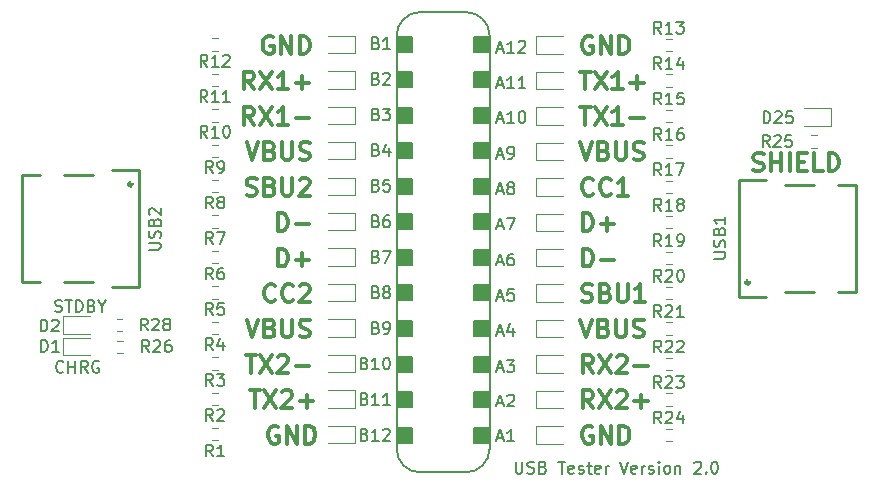
<source format=gbr>
%TF.GenerationSoftware,KiCad,Pcbnew,7.0.10*%
%TF.CreationDate,2024-02-08T12:53:37+00:00*%
%TF.ProjectId,USB-tester,5553422d-7465-4737-9465-722e6b696361,rev?*%
%TF.SameCoordinates,Original*%
%TF.FileFunction,Legend,Top*%
%TF.FilePolarity,Positive*%
%FSLAX46Y46*%
G04 Gerber Fmt 4.6, Leading zero omitted, Abs format (unit mm)*
G04 Created by KiCad (PCBNEW 7.0.10) date 2024-02-08 12:53:37*
%MOMM*%
%LPD*%
G01*
G04 APERTURE LIST*
%ADD10C,0.150000*%
%ADD11C,0.300000*%
%ADD12C,0.120000*%
%ADD13C,0.250000*%
G04 APERTURE END LIST*
D10*
X170756247Y-88728670D02*
X169486249Y-88728664D01*
X169486246Y-87458671D01*
X170756248Y-87458668D01*
X170756247Y-88728670D01*
G36*
X170756247Y-88728670D02*
G01*
X169486249Y-88728664D01*
X169486246Y-87458671D01*
X170756248Y-87458668D01*
X170756247Y-88728670D01*
G37*
X170756250Y-118816124D02*
X169486250Y-118816122D01*
X169486248Y-117546123D01*
X170756249Y-117546122D01*
X170756250Y-118816124D01*
G36*
X170756250Y-118816124D02*
G01*
X169486250Y-118816122D01*
X169486248Y-117546123D01*
X170756249Y-117546122D01*
X170756250Y-118816124D01*
G37*
X170756249Y-96484904D02*
X170756247Y-97754902D01*
X169486252Y-97754902D01*
X169486246Y-96484901D01*
X170756249Y-96484904D01*
G36*
X170756249Y-96484904D02*
G01*
X170756247Y-97754902D01*
X169486252Y-97754902D01*
X169486246Y-96484901D01*
X170756249Y-96484904D01*
G37*
X162933047Y-119330727D02*
X162933049Y-84367123D01*
X168807048Y-121330649D02*
G75*
G03*
X170807049Y-119330722I52J1999949D01*
G01*
X170756248Y-112798629D02*
X169486246Y-112798628D01*
X169486246Y-111528629D01*
X170756247Y-111528626D01*
X170756248Y-112798629D01*
G36*
X170756248Y-112798629D02*
G01*
X169486246Y-112798628D01*
X169486246Y-111528629D01*
X170756247Y-111528626D01*
X170756248Y-112798629D01*
G37*
X164253848Y-96484906D02*
X164253850Y-97754905D01*
X162983847Y-97754903D01*
X162983849Y-96484905D01*
X164253848Y-96484906D01*
G36*
X164253848Y-96484906D02*
G01*
X164253850Y-97754905D01*
X162983847Y-97754903D01*
X162983849Y-96484905D01*
X164253848Y-96484906D01*
G37*
X170807050Y-84367121D02*
X170807049Y-119330722D01*
X170756248Y-84449925D02*
X170756249Y-85719925D01*
X169486249Y-85719927D01*
X169486247Y-84449923D01*
X170756248Y-84449925D01*
G36*
X170756248Y-84449925D02*
G01*
X170756249Y-85719925D01*
X169486249Y-85719927D01*
X169486247Y-84449923D01*
X170756248Y-84449925D01*
G37*
X164253849Y-109789881D02*
X162983847Y-109789881D01*
X162983849Y-108519884D01*
X164253850Y-108519883D01*
X164253849Y-109789881D01*
G36*
X164253849Y-109789881D02*
G01*
X162983847Y-109789881D01*
X162983849Y-108519884D01*
X164253850Y-108519883D01*
X164253849Y-109789881D01*
G37*
X164253847Y-91737413D02*
X162983850Y-91737415D01*
X162983849Y-90467412D01*
X164253850Y-90467411D01*
X164253847Y-91737413D01*
G36*
X164253847Y-91737413D02*
G01*
X162983850Y-91737415D01*
X162983849Y-90467412D01*
X164253850Y-90467411D01*
X164253847Y-91737413D01*
G37*
X164253850Y-111528627D02*
X164253850Y-112798630D01*
X162983848Y-112798628D01*
X162983848Y-111528626D01*
X164253850Y-111528627D01*
G36*
X164253850Y-111528627D02*
G01*
X164253850Y-112798630D01*
X162983848Y-112798628D01*
X162983848Y-111528626D01*
X164253850Y-111528627D01*
G37*
X164253846Y-85719922D02*
X162983849Y-85719922D01*
X162983847Y-84449923D01*
X164253849Y-84449921D01*
X164253846Y-85719922D01*
G36*
X164253846Y-85719922D02*
G01*
X162983849Y-85719922D01*
X162983847Y-84449923D01*
X164253849Y-84449921D01*
X164253846Y-85719922D01*
G37*
X170756247Y-102502393D02*
X170756249Y-103772391D01*
X169486251Y-103772394D01*
X169486250Y-102502391D01*
X170756247Y-102502393D01*
G36*
X170756247Y-102502393D02*
G01*
X170756249Y-103772391D01*
X169486251Y-103772394D01*
X169486250Y-102502391D01*
X170756247Y-102502393D01*
G37*
X170756249Y-100763647D02*
X169486246Y-100763651D01*
X169486248Y-99493650D01*
X170756249Y-99493646D01*
X170756249Y-100763647D01*
G36*
X170756249Y-100763647D02*
G01*
X169486246Y-100763651D01*
X169486248Y-99493650D01*
X170756249Y-99493646D01*
X170756249Y-100763647D01*
G37*
X162933078Y-119330727D02*
G75*
G03*
X164933051Y-121330722I2000022J27D01*
G01*
X164933050Y-82367149D02*
G75*
G03*
X162933049Y-84367123I-50J-1999951D01*
G01*
X170756250Y-90467413D02*
X170756248Y-91737414D01*
X169486249Y-91737410D01*
X169486247Y-90467412D01*
X170756250Y-90467413D01*
G36*
X170756250Y-90467413D02*
G01*
X170756248Y-91737414D01*
X169486249Y-91737410D01*
X169486247Y-90467412D01*
X170756250Y-90467413D01*
G37*
X164253846Y-88728666D02*
X162983848Y-88728670D01*
X162983849Y-87458668D01*
X164253849Y-87458668D01*
X164253846Y-88728666D01*
G36*
X164253846Y-88728666D02*
G01*
X162983848Y-88728670D01*
X162983849Y-87458668D01*
X164253849Y-87458668D01*
X164253846Y-88728666D01*
G37*
X170756249Y-115807370D02*
X169486249Y-115807374D01*
X169486250Y-114537376D01*
X170756251Y-114537372D01*
X170756249Y-115807370D01*
G36*
X170756249Y-115807370D02*
G01*
X169486249Y-115807374D01*
X169486250Y-114537376D01*
X170756251Y-114537372D01*
X170756249Y-115807370D01*
G37*
X170756249Y-93476159D02*
X170756247Y-94746159D01*
X169486248Y-94746160D01*
X169486247Y-93476157D01*
X170756249Y-93476159D01*
G36*
X170756249Y-93476159D02*
G01*
X170756247Y-94746159D01*
X169486248Y-94746160D01*
X169486247Y-93476157D01*
X170756249Y-93476159D01*
G37*
X164253850Y-102502395D02*
X164253848Y-103772394D01*
X162983848Y-103772392D01*
X162983851Y-102502392D01*
X164253850Y-102502395D01*
G36*
X164253850Y-102502395D02*
G01*
X164253848Y-103772394D01*
X162983848Y-103772392D01*
X162983851Y-102502392D01*
X164253850Y-102502395D01*
G37*
X164253849Y-94746157D02*
X162983847Y-94746157D01*
X162983850Y-93476156D01*
X164253846Y-93476156D01*
X164253849Y-94746157D01*
G36*
X164253849Y-94746157D02*
G01*
X162983847Y-94746157D01*
X162983850Y-93476156D01*
X164253846Y-93476156D01*
X164253849Y-94746157D01*
G37*
X170756249Y-105511138D02*
X170756248Y-106781138D01*
X169486251Y-106781140D01*
X169486249Y-105511136D01*
X170756249Y-105511138D01*
G36*
X170756249Y-105511138D02*
G01*
X170756248Y-106781138D01*
X169486251Y-106781140D01*
X169486249Y-105511136D01*
X170756249Y-105511138D01*
G37*
X164253848Y-99493648D02*
X164253849Y-100763648D01*
X162983849Y-100763648D01*
X162983849Y-99493645D01*
X164253848Y-99493648D01*
G36*
X164253848Y-99493648D02*
G01*
X164253849Y-100763648D01*
X162983849Y-100763648D01*
X162983849Y-99493645D01*
X164253848Y-99493648D01*
G37*
X164253846Y-118816122D02*
X162983849Y-118816121D01*
X162983847Y-117546124D01*
X164253851Y-117546123D01*
X164253846Y-118816122D01*
G36*
X164253846Y-118816122D02*
G01*
X162983849Y-118816121D01*
X162983847Y-117546124D01*
X164253851Y-117546123D01*
X164253846Y-118816122D01*
G37*
X164253849Y-115807370D02*
X162983850Y-115807369D01*
X162983847Y-114537375D01*
X164253851Y-114537373D01*
X164253849Y-115807370D01*
G36*
X164253849Y-115807370D02*
G01*
X162983850Y-115807369D01*
X162983847Y-114537375D01*
X164253851Y-114537373D01*
X164253849Y-115807370D01*
G37*
X170807078Y-84367121D02*
G75*
G03*
X168807051Y-82367122I-1999978J21D01*
G01*
X164933050Y-82367121D02*
X168807051Y-82367122D01*
X164253851Y-106781136D02*
X162983852Y-106781136D01*
X162983847Y-105511137D01*
X164253850Y-105511136D01*
X164253851Y-106781136D01*
G36*
X164253851Y-106781136D02*
G01*
X162983852Y-106781136D01*
X162983847Y-105511137D01*
X164253850Y-105511136D01*
X164253851Y-106781136D01*
G37*
X170756247Y-109789885D02*
X169486250Y-109789883D01*
X169486248Y-108519886D01*
X170756245Y-108519884D01*
X170756247Y-109789885D01*
G36*
X170756247Y-109789885D02*
G01*
X169486250Y-109789883D01*
X169486248Y-108519886D01*
X170756245Y-108519884D01*
X170756247Y-109789885D01*
G37*
X168807048Y-121330721D02*
X164933051Y-121330722D01*
D11*
X152902025Y-117472857D02*
X152759168Y-117401428D01*
X152759168Y-117401428D02*
X152544882Y-117401428D01*
X152544882Y-117401428D02*
X152330596Y-117472857D01*
X152330596Y-117472857D02*
X152187739Y-117615714D01*
X152187739Y-117615714D02*
X152116310Y-117758571D01*
X152116310Y-117758571D02*
X152044882Y-118044285D01*
X152044882Y-118044285D02*
X152044882Y-118258571D01*
X152044882Y-118258571D02*
X152116310Y-118544285D01*
X152116310Y-118544285D02*
X152187739Y-118687142D01*
X152187739Y-118687142D02*
X152330596Y-118830000D01*
X152330596Y-118830000D02*
X152544882Y-118901428D01*
X152544882Y-118901428D02*
X152687739Y-118901428D01*
X152687739Y-118901428D02*
X152902025Y-118830000D01*
X152902025Y-118830000D02*
X152973453Y-118758571D01*
X152973453Y-118758571D02*
X152973453Y-118258571D01*
X152973453Y-118258571D02*
X152687739Y-118258571D01*
X153616310Y-118901428D02*
X153616310Y-117401428D01*
X153616310Y-117401428D02*
X154473453Y-118901428D01*
X154473453Y-118901428D02*
X154473453Y-117401428D01*
X155187739Y-118901428D02*
X155187739Y-117401428D01*
X155187739Y-117401428D02*
X155544882Y-117401428D01*
X155544882Y-117401428D02*
X155759168Y-117472857D01*
X155759168Y-117472857D02*
X155902025Y-117615714D01*
X155902025Y-117615714D02*
X155973454Y-117758571D01*
X155973454Y-117758571D02*
X156044882Y-118044285D01*
X156044882Y-118044285D02*
X156044882Y-118258571D01*
X156044882Y-118258571D02*
X155973454Y-118544285D01*
X155973454Y-118544285D02*
X155902025Y-118687142D01*
X155902025Y-118687142D02*
X155759168Y-118830000D01*
X155759168Y-118830000D02*
X155544882Y-118901428D01*
X155544882Y-118901428D02*
X155187739Y-118901428D01*
X150530425Y-114401426D02*
X151387568Y-114401426D01*
X150958996Y-115901426D02*
X150958996Y-114401426D01*
X151744710Y-114401426D02*
X152744710Y-115901426D01*
X152744710Y-114401426D02*
X151744710Y-115901426D01*
X153244710Y-114544283D02*
X153316138Y-114472855D01*
X153316138Y-114472855D02*
X153458996Y-114401426D01*
X153458996Y-114401426D02*
X153816138Y-114401426D01*
X153816138Y-114401426D02*
X153958996Y-114472855D01*
X153958996Y-114472855D02*
X154030424Y-114544283D01*
X154030424Y-114544283D02*
X154101853Y-114687140D01*
X154101853Y-114687140D02*
X154101853Y-114829998D01*
X154101853Y-114829998D02*
X154030424Y-115044283D01*
X154030424Y-115044283D02*
X153173281Y-115901426D01*
X153173281Y-115901426D02*
X154101853Y-115901426D01*
X154744709Y-115329998D02*
X155887567Y-115329998D01*
X155316138Y-115901426D02*
X155316138Y-114758569D01*
X150873397Y-91901426D02*
X150373397Y-91187140D01*
X150016254Y-91901426D02*
X150016254Y-90401426D01*
X150016254Y-90401426D02*
X150587683Y-90401426D01*
X150587683Y-90401426D02*
X150730540Y-90472855D01*
X150730540Y-90472855D02*
X150801969Y-90544283D01*
X150801969Y-90544283D02*
X150873397Y-90687140D01*
X150873397Y-90687140D02*
X150873397Y-90901426D01*
X150873397Y-90901426D02*
X150801969Y-91044283D01*
X150801969Y-91044283D02*
X150730540Y-91115712D01*
X150730540Y-91115712D02*
X150587683Y-91187140D01*
X150587683Y-91187140D02*
X150016254Y-91187140D01*
X151373397Y-90401426D02*
X152373397Y-91901426D01*
X152373397Y-90401426D02*
X151373397Y-91901426D01*
X153730540Y-91901426D02*
X152873397Y-91901426D01*
X153301968Y-91901426D02*
X153301968Y-90401426D01*
X153301968Y-90401426D02*
X153159111Y-90615712D01*
X153159111Y-90615712D02*
X153016254Y-90758569D01*
X153016254Y-90758569D02*
X152873397Y-90829998D01*
X154373396Y-91329998D02*
X155516254Y-91329998D01*
X179495825Y-84472855D02*
X179352968Y-84401426D01*
X179352968Y-84401426D02*
X179138682Y-84401426D01*
X179138682Y-84401426D02*
X178924396Y-84472855D01*
X178924396Y-84472855D02*
X178781539Y-84615712D01*
X178781539Y-84615712D02*
X178710110Y-84758569D01*
X178710110Y-84758569D02*
X178638682Y-85044283D01*
X178638682Y-85044283D02*
X178638682Y-85258569D01*
X178638682Y-85258569D02*
X178710110Y-85544283D01*
X178710110Y-85544283D02*
X178781539Y-85687140D01*
X178781539Y-85687140D02*
X178924396Y-85829998D01*
X178924396Y-85829998D02*
X179138682Y-85901426D01*
X179138682Y-85901426D02*
X179281539Y-85901426D01*
X179281539Y-85901426D02*
X179495825Y-85829998D01*
X179495825Y-85829998D02*
X179567253Y-85758569D01*
X179567253Y-85758569D02*
X179567253Y-85258569D01*
X179567253Y-85258569D02*
X179281539Y-85258569D01*
X180210110Y-85901426D02*
X180210110Y-84401426D01*
X180210110Y-84401426D02*
X181067253Y-85901426D01*
X181067253Y-85901426D02*
X181067253Y-84401426D01*
X181781539Y-85901426D02*
X181781539Y-84401426D01*
X181781539Y-84401426D02*
X182138682Y-84401426D01*
X182138682Y-84401426D02*
X182352968Y-84472855D01*
X182352968Y-84472855D02*
X182495825Y-84615712D01*
X182495825Y-84615712D02*
X182567254Y-84758569D01*
X182567254Y-84758569D02*
X182638682Y-85044283D01*
X182638682Y-85044283D02*
X182638682Y-85258569D01*
X182638682Y-85258569D02*
X182567254Y-85544283D01*
X182567254Y-85544283D02*
X182495825Y-85687140D01*
X182495825Y-85687140D02*
X182352968Y-85829998D01*
X182352968Y-85829998D02*
X182138682Y-85901426D01*
X182138682Y-85901426D02*
X181781539Y-85901426D01*
X150230540Y-108401426D02*
X150730540Y-109901426D01*
X150730540Y-109901426D02*
X151230540Y-108401426D01*
X152230539Y-109115712D02*
X152444825Y-109187140D01*
X152444825Y-109187140D02*
X152516254Y-109258569D01*
X152516254Y-109258569D02*
X152587682Y-109401426D01*
X152587682Y-109401426D02*
X152587682Y-109615712D01*
X152587682Y-109615712D02*
X152516254Y-109758569D01*
X152516254Y-109758569D02*
X152444825Y-109829998D01*
X152444825Y-109829998D02*
X152301968Y-109901426D01*
X152301968Y-109901426D02*
X151730539Y-109901426D01*
X151730539Y-109901426D02*
X151730539Y-108401426D01*
X151730539Y-108401426D02*
X152230539Y-108401426D01*
X152230539Y-108401426D02*
X152373397Y-108472855D01*
X152373397Y-108472855D02*
X152444825Y-108544283D01*
X152444825Y-108544283D02*
X152516254Y-108687140D01*
X152516254Y-108687140D02*
X152516254Y-108829998D01*
X152516254Y-108829998D02*
X152444825Y-108972855D01*
X152444825Y-108972855D02*
X152373397Y-109044283D01*
X152373397Y-109044283D02*
X152230539Y-109115712D01*
X152230539Y-109115712D02*
X151730539Y-109115712D01*
X153230539Y-108401426D02*
X153230539Y-109615712D01*
X153230539Y-109615712D02*
X153301968Y-109758569D01*
X153301968Y-109758569D02*
X153373397Y-109829998D01*
X153373397Y-109829998D02*
X153516254Y-109901426D01*
X153516254Y-109901426D02*
X153801968Y-109901426D01*
X153801968Y-109901426D02*
X153944825Y-109829998D01*
X153944825Y-109829998D02*
X154016254Y-109758569D01*
X154016254Y-109758569D02*
X154087682Y-109615712D01*
X154087682Y-109615712D02*
X154087682Y-108401426D01*
X154730540Y-109829998D02*
X154944826Y-109901426D01*
X154944826Y-109901426D02*
X155301968Y-109901426D01*
X155301968Y-109901426D02*
X155444826Y-109829998D01*
X155444826Y-109829998D02*
X155516254Y-109758569D01*
X155516254Y-109758569D02*
X155587683Y-109615712D01*
X155587683Y-109615712D02*
X155587683Y-109472855D01*
X155587683Y-109472855D02*
X155516254Y-109329998D01*
X155516254Y-109329998D02*
X155444826Y-109258569D01*
X155444826Y-109258569D02*
X155301968Y-109187140D01*
X155301968Y-109187140D02*
X155016254Y-109115712D01*
X155016254Y-109115712D02*
X154873397Y-109044283D01*
X154873397Y-109044283D02*
X154801968Y-108972855D01*
X154801968Y-108972855D02*
X154730540Y-108829998D01*
X154730540Y-108829998D02*
X154730540Y-108687140D01*
X154730540Y-108687140D02*
X154801968Y-108544283D01*
X154801968Y-108544283D02*
X154873397Y-108472855D01*
X154873397Y-108472855D02*
X155016254Y-108401426D01*
X155016254Y-108401426D02*
X155373397Y-108401426D01*
X155373397Y-108401426D02*
X155587683Y-108472855D01*
X193145891Y-95751083D02*
X193360177Y-95822511D01*
X193360177Y-95822511D02*
X193717319Y-95822511D01*
X193717319Y-95822511D02*
X193860177Y-95751083D01*
X193860177Y-95751083D02*
X193931605Y-95679654D01*
X193931605Y-95679654D02*
X194003034Y-95536797D01*
X194003034Y-95536797D02*
X194003034Y-95393940D01*
X194003034Y-95393940D02*
X193931605Y-95251083D01*
X193931605Y-95251083D02*
X193860177Y-95179654D01*
X193860177Y-95179654D02*
X193717319Y-95108225D01*
X193717319Y-95108225D02*
X193431605Y-95036797D01*
X193431605Y-95036797D02*
X193288748Y-94965368D01*
X193288748Y-94965368D02*
X193217319Y-94893940D01*
X193217319Y-94893940D02*
X193145891Y-94751083D01*
X193145891Y-94751083D02*
X193145891Y-94608225D01*
X193145891Y-94608225D02*
X193217319Y-94465368D01*
X193217319Y-94465368D02*
X193288748Y-94393940D01*
X193288748Y-94393940D02*
X193431605Y-94322511D01*
X193431605Y-94322511D02*
X193788748Y-94322511D01*
X193788748Y-94322511D02*
X194003034Y-94393940D01*
X194645890Y-95822511D02*
X194645890Y-94322511D01*
X194645890Y-95036797D02*
X195503033Y-95036797D01*
X195503033Y-95822511D02*
X195503033Y-94322511D01*
X196217319Y-95822511D02*
X196217319Y-94322511D01*
X196931605Y-95036797D02*
X197431605Y-95036797D01*
X197645891Y-95822511D02*
X196931605Y-95822511D01*
X196931605Y-95822511D02*
X196931605Y-94322511D01*
X196931605Y-94322511D02*
X197645891Y-94322511D01*
X199003034Y-95822511D02*
X198288748Y-95822511D01*
X198288748Y-95822511D02*
X198288748Y-94322511D01*
X199503034Y-95822511D02*
X199503034Y-94322511D01*
X199503034Y-94322511D02*
X199860177Y-94322511D01*
X199860177Y-94322511D02*
X200074463Y-94393940D01*
X200074463Y-94393940D02*
X200217320Y-94536797D01*
X200217320Y-94536797D02*
X200288749Y-94679654D01*
X200288749Y-94679654D02*
X200360177Y-94965368D01*
X200360177Y-94965368D02*
X200360177Y-95179654D01*
X200360177Y-95179654D02*
X200288749Y-95465368D01*
X200288749Y-95465368D02*
X200217320Y-95608225D01*
X200217320Y-95608225D02*
X200074463Y-95751083D01*
X200074463Y-95751083D02*
X199860177Y-95822511D01*
X199860177Y-95822511D02*
X199503034Y-95822511D01*
X178710110Y-100901426D02*
X178710110Y-99401426D01*
X178710110Y-99401426D02*
X179067253Y-99401426D01*
X179067253Y-99401426D02*
X179281539Y-99472855D01*
X179281539Y-99472855D02*
X179424396Y-99615712D01*
X179424396Y-99615712D02*
X179495825Y-99758569D01*
X179495825Y-99758569D02*
X179567253Y-100044283D01*
X179567253Y-100044283D02*
X179567253Y-100258569D01*
X179567253Y-100258569D02*
X179495825Y-100544283D01*
X179495825Y-100544283D02*
X179424396Y-100687140D01*
X179424396Y-100687140D02*
X179281539Y-100829998D01*
X179281539Y-100829998D02*
X179067253Y-100901426D01*
X179067253Y-100901426D02*
X178710110Y-100901426D01*
X180210110Y-100329998D02*
X181352968Y-100329998D01*
X180781539Y-100901426D02*
X180781539Y-99758569D01*
X152444825Y-84472855D02*
X152301968Y-84401426D01*
X152301968Y-84401426D02*
X152087682Y-84401426D01*
X152087682Y-84401426D02*
X151873396Y-84472855D01*
X151873396Y-84472855D02*
X151730539Y-84615712D01*
X151730539Y-84615712D02*
X151659110Y-84758569D01*
X151659110Y-84758569D02*
X151587682Y-85044283D01*
X151587682Y-85044283D02*
X151587682Y-85258569D01*
X151587682Y-85258569D02*
X151659110Y-85544283D01*
X151659110Y-85544283D02*
X151730539Y-85687140D01*
X151730539Y-85687140D02*
X151873396Y-85829998D01*
X151873396Y-85829998D02*
X152087682Y-85901426D01*
X152087682Y-85901426D02*
X152230539Y-85901426D01*
X152230539Y-85901426D02*
X152444825Y-85829998D01*
X152444825Y-85829998D02*
X152516253Y-85758569D01*
X152516253Y-85758569D02*
X152516253Y-85258569D01*
X152516253Y-85258569D02*
X152230539Y-85258569D01*
X153159110Y-85901426D02*
X153159110Y-84401426D01*
X153159110Y-84401426D02*
X154016253Y-85901426D01*
X154016253Y-85901426D02*
X154016253Y-84401426D01*
X154730539Y-85901426D02*
X154730539Y-84401426D01*
X154730539Y-84401426D02*
X155087682Y-84401426D01*
X155087682Y-84401426D02*
X155301968Y-84472855D01*
X155301968Y-84472855D02*
X155444825Y-84615712D01*
X155444825Y-84615712D02*
X155516254Y-84758569D01*
X155516254Y-84758569D02*
X155587682Y-85044283D01*
X155587682Y-85044283D02*
X155587682Y-85258569D01*
X155587682Y-85258569D02*
X155516254Y-85544283D01*
X155516254Y-85544283D02*
X155444825Y-85687140D01*
X155444825Y-85687140D02*
X155301968Y-85829998D01*
X155301968Y-85829998D02*
X155087682Y-85901426D01*
X155087682Y-85901426D02*
X154730539Y-85901426D01*
X150230540Y-97829998D02*
X150444826Y-97901426D01*
X150444826Y-97901426D02*
X150801968Y-97901426D01*
X150801968Y-97901426D02*
X150944826Y-97829998D01*
X150944826Y-97829998D02*
X151016254Y-97758569D01*
X151016254Y-97758569D02*
X151087683Y-97615712D01*
X151087683Y-97615712D02*
X151087683Y-97472855D01*
X151087683Y-97472855D02*
X151016254Y-97329998D01*
X151016254Y-97329998D02*
X150944826Y-97258569D01*
X150944826Y-97258569D02*
X150801968Y-97187140D01*
X150801968Y-97187140D02*
X150516254Y-97115712D01*
X150516254Y-97115712D02*
X150373397Y-97044283D01*
X150373397Y-97044283D02*
X150301968Y-96972855D01*
X150301968Y-96972855D02*
X150230540Y-96829998D01*
X150230540Y-96829998D02*
X150230540Y-96687140D01*
X150230540Y-96687140D02*
X150301968Y-96544283D01*
X150301968Y-96544283D02*
X150373397Y-96472855D01*
X150373397Y-96472855D02*
X150516254Y-96401426D01*
X150516254Y-96401426D02*
X150873397Y-96401426D01*
X150873397Y-96401426D02*
X151087683Y-96472855D01*
X152230539Y-97115712D02*
X152444825Y-97187140D01*
X152444825Y-97187140D02*
X152516254Y-97258569D01*
X152516254Y-97258569D02*
X152587682Y-97401426D01*
X152587682Y-97401426D02*
X152587682Y-97615712D01*
X152587682Y-97615712D02*
X152516254Y-97758569D01*
X152516254Y-97758569D02*
X152444825Y-97829998D01*
X152444825Y-97829998D02*
X152301968Y-97901426D01*
X152301968Y-97901426D02*
X151730539Y-97901426D01*
X151730539Y-97901426D02*
X151730539Y-96401426D01*
X151730539Y-96401426D02*
X152230539Y-96401426D01*
X152230539Y-96401426D02*
X152373397Y-96472855D01*
X152373397Y-96472855D02*
X152444825Y-96544283D01*
X152444825Y-96544283D02*
X152516254Y-96687140D01*
X152516254Y-96687140D02*
X152516254Y-96829998D01*
X152516254Y-96829998D02*
X152444825Y-96972855D01*
X152444825Y-96972855D02*
X152373397Y-97044283D01*
X152373397Y-97044283D02*
X152230539Y-97115712D01*
X152230539Y-97115712D02*
X151730539Y-97115712D01*
X153230539Y-96401426D02*
X153230539Y-97615712D01*
X153230539Y-97615712D02*
X153301968Y-97758569D01*
X153301968Y-97758569D02*
X153373397Y-97829998D01*
X153373397Y-97829998D02*
X153516254Y-97901426D01*
X153516254Y-97901426D02*
X153801968Y-97901426D01*
X153801968Y-97901426D02*
X153944825Y-97829998D01*
X153944825Y-97829998D02*
X154016254Y-97758569D01*
X154016254Y-97758569D02*
X154087682Y-97615712D01*
X154087682Y-97615712D02*
X154087682Y-96401426D01*
X154730540Y-96544283D02*
X154801968Y-96472855D01*
X154801968Y-96472855D02*
X154944826Y-96401426D01*
X154944826Y-96401426D02*
X155301968Y-96401426D01*
X155301968Y-96401426D02*
X155444826Y-96472855D01*
X155444826Y-96472855D02*
X155516254Y-96544283D01*
X155516254Y-96544283D02*
X155587683Y-96687140D01*
X155587683Y-96687140D02*
X155587683Y-96829998D01*
X155587683Y-96829998D02*
X155516254Y-97044283D01*
X155516254Y-97044283D02*
X154659111Y-97901426D01*
X154659111Y-97901426D02*
X155587683Y-97901426D01*
X150159112Y-111401426D02*
X151016255Y-111401426D01*
X150587683Y-112901426D02*
X150587683Y-111401426D01*
X151373397Y-111401426D02*
X152373397Y-112901426D01*
X152373397Y-111401426D02*
X151373397Y-112901426D01*
X152873397Y-111544283D02*
X152944825Y-111472855D01*
X152944825Y-111472855D02*
X153087683Y-111401426D01*
X153087683Y-111401426D02*
X153444825Y-111401426D01*
X153444825Y-111401426D02*
X153587683Y-111472855D01*
X153587683Y-111472855D02*
X153659111Y-111544283D01*
X153659111Y-111544283D02*
X153730540Y-111687140D01*
X153730540Y-111687140D02*
X153730540Y-111829998D01*
X153730540Y-111829998D02*
X153659111Y-112044283D01*
X153659111Y-112044283D02*
X152801968Y-112901426D01*
X152801968Y-112901426D02*
X153730540Y-112901426D01*
X154373396Y-112329998D02*
X155516254Y-112329998D01*
X150230540Y-93401426D02*
X150730540Y-94901426D01*
X150730540Y-94901426D02*
X151230540Y-93401426D01*
X152230539Y-94115712D02*
X152444825Y-94187140D01*
X152444825Y-94187140D02*
X152516254Y-94258569D01*
X152516254Y-94258569D02*
X152587682Y-94401426D01*
X152587682Y-94401426D02*
X152587682Y-94615712D01*
X152587682Y-94615712D02*
X152516254Y-94758569D01*
X152516254Y-94758569D02*
X152444825Y-94829998D01*
X152444825Y-94829998D02*
X152301968Y-94901426D01*
X152301968Y-94901426D02*
X151730539Y-94901426D01*
X151730539Y-94901426D02*
X151730539Y-93401426D01*
X151730539Y-93401426D02*
X152230539Y-93401426D01*
X152230539Y-93401426D02*
X152373397Y-93472855D01*
X152373397Y-93472855D02*
X152444825Y-93544283D01*
X152444825Y-93544283D02*
X152516254Y-93687140D01*
X152516254Y-93687140D02*
X152516254Y-93829998D01*
X152516254Y-93829998D02*
X152444825Y-93972855D01*
X152444825Y-93972855D02*
X152373397Y-94044283D01*
X152373397Y-94044283D02*
X152230539Y-94115712D01*
X152230539Y-94115712D02*
X151730539Y-94115712D01*
X153230539Y-93401426D02*
X153230539Y-94615712D01*
X153230539Y-94615712D02*
X153301968Y-94758569D01*
X153301968Y-94758569D02*
X153373397Y-94829998D01*
X153373397Y-94829998D02*
X153516254Y-94901426D01*
X153516254Y-94901426D02*
X153801968Y-94901426D01*
X153801968Y-94901426D02*
X153944825Y-94829998D01*
X153944825Y-94829998D02*
X154016254Y-94758569D01*
X154016254Y-94758569D02*
X154087682Y-94615712D01*
X154087682Y-94615712D02*
X154087682Y-93401426D01*
X154730540Y-94829998D02*
X154944826Y-94901426D01*
X154944826Y-94901426D02*
X155301968Y-94901426D01*
X155301968Y-94901426D02*
X155444826Y-94829998D01*
X155444826Y-94829998D02*
X155516254Y-94758569D01*
X155516254Y-94758569D02*
X155587683Y-94615712D01*
X155587683Y-94615712D02*
X155587683Y-94472855D01*
X155587683Y-94472855D02*
X155516254Y-94329998D01*
X155516254Y-94329998D02*
X155444826Y-94258569D01*
X155444826Y-94258569D02*
X155301968Y-94187140D01*
X155301968Y-94187140D02*
X155016254Y-94115712D01*
X155016254Y-94115712D02*
X154873397Y-94044283D01*
X154873397Y-94044283D02*
X154801968Y-93972855D01*
X154801968Y-93972855D02*
X154730540Y-93829998D01*
X154730540Y-93829998D02*
X154730540Y-93687140D01*
X154730540Y-93687140D02*
X154801968Y-93544283D01*
X154801968Y-93544283D02*
X154873397Y-93472855D01*
X154873397Y-93472855D02*
X155016254Y-93401426D01*
X155016254Y-93401426D02*
X155373397Y-93401426D01*
X155373397Y-93401426D02*
X155587683Y-93472855D01*
X178638682Y-106829998D02*
X178852968Y-106901426D01*
X178852968Y-106901426D02*
X179210110Y-106901426D01*
X179210110Y-106901426D02*
X179352968Y-106829998D01*
X179352968Y-106829998D02*
X179424396Y-106758569D01*
X179424396Y-106758569D02*
X179495825Y-106615712D01*
X179495825Y-106615712D02*
X179495825Y-106472855D01*
X179495825Y-106472855D02*
X179424396Y-106329998D01*
X179424396Y-106329998D02*
X179352968Y-106258569D01*
X179352968Y-106258569D02*
X179210110Y-106187140D01*
X179210110Y-106187140D02*
X178924396Y-106115712D01*
X178924396Y-106115712D02*
X178781539Y-106044283D01*
X178781539Y-106044283D02*
X178710110Y-105972855D01*
X178710110Y-105972855D02*
X178638682Y-105829998D01*
X178638682Y-105829998D02*
X178638682Y-105687140D01*
X178638682Y-105687140D02*
X178710110Y-105544283D01*
X178710110Y-105544283D02*
X178781539Y-105472855D01*
X178781539Y-105472855D02*
X178924396Y-105401426D01*
X178924396Y-105401426D02*
X179281539Y-105401426D01*
X179281539Y-105401426D02*
X179495825Y-105472855D01*
X180638681Y-106115712D02*
X180852967Y-106187140D01*
X180852967Y-106187140D02*
X180924396Y-106258569D01*
X180924396Y-106258569D02*
X180995824Y-106401426D01*
X180995824Y-106401426D02*
X180995824Y-106615712D01*
X180995824Y-106615712D02*
X180924396Y-106758569D01*
X180924396Y-106758569D02*
X180852967Y-106829998D01*
X180852967Y-106829998D02*
X180710110Y-106901426D01*
X180710110Y-106901426D02*
X180138681Y-106901426D01*
X180138681Y-106901426D02*
X180138681Y-105401426D01*
X180138681Y-105401426D02*
X180638681Y-105401426D01*
X180638681Y-105401426D02*
X180781539Y-105472855D01*
X180781539Y-105472855D02*
X180852967Y-105544283D01*
X180852967Y-105544283D02*
X180924396Y-105687140D01*
X180924396Y-105687140D02*
X180924396Y-105829998D01*
X180924396Y-105829998D02*
X180852967Y-105972855D01*
X180852967Y-105972855D02*
X180781539Y-106044283D01*
X180781539Y-106044283D02*
X180638681Y-106115712D01*
X180638681Y-106115712D02*
X180138681Y-106115712D01*
X181638681Y-105401426D02*
X181638681Y-106615712D01*
X181638681Y-106615712D02*
X181710110Y-106758569D01*
X181710110Y-106758569D02*
X181781539Y-106829998D01*
X181781539Y-106829998D02*
X181924396Y-106901426D01*
X181924396Y-106901426D02*
X182210110Y-106901426D01*
X182210110Y-106901426D02*
X182352967Y-106829998D01*
X182352967Y-106829998D02*
X182424396Y-106758569D01*
X182424396Y-106758569D02*
X182495824Y-106615712D01*
X182495824Y-106615712D02*
X182495824Y-105401426D01*
X183995825Y-106901426D02*
X183138682Y-106901426D01*
X183567253Y-106901426D02*
X183567253Y-105401426D01*
X183567253Y-105401426D02*
X183424396Y-105615712D01*
X183424396Y-105615712D02*
X183281539Y-105758569D01*
X183281539Y-105758569D02*
X183138682Y-105829998D01*
X178495825Y-108401426D02*
X178995825Y-109901426D01*
X178995825Y-109901426D02*
X179495825Y-108401426D01*
X180495824Y-109115712D02*
X180710110Y-109187140D01*
X180710110Y-109187140D02*
X180781539Y-109258569D01*
X180781539Y-109258569D02*
X180852967Y-109401426D01*
X180852967Y-109401426D02*
X180852967Y-109615712D01*
X180852967Y-109615712D02*
X180781539Y-109758569D01*
X180781539Y-109758569D02*
X180710110Y-109829998D01*
X180710110Y-109829998D02*
X180567253Y-109901426D01*
X180567253Y-109901426D02*
X179995824Y-109901426D01*
X179995824Y-109901426D02*
X179995824Y-108401426D01*
X179995824Y-108401426D02*
X180495824Y-108401426D01*
X180495824Y-108401426D02*
X180638682Y-108472855D01*
X180638682Y-108472855D02*
X180710110Y-108544283D01*
X180710110Y-108544283D02*
X180781539Y-108687140D01*
X180781539Y-108687140D02*
X180781539Y-108829998D01*
X180781539Y-108829998D02*
X180710110Y-108972855D01*
X180710110Y-108972855D02*
X180638682Y-109044283D01*
X180638682Y-109044283D02*
X180495824Y-109115712D01*
X180495824Y-109115712D02*
X179995824Y-109115712D01*
X181495824Y-108401426D02*
X181495824Y-109615712D01*
X181495824Y-109615712D02*
X181567253Y-109758569D01*
X181567253Y-109758569D02*
X181638682Y-109829998D01*
X181638682Y-109829998D02*
X181781539Y-109901426D01*
X181781539Y-109901426D02*
X182067253Y-109901426D01*
X182067253Y-109901426D02*
X182210110Y-109829998D01*
X182210110Y-109829998D02*
X182281539Y-109758569D01*
X182281539Y-109758569D02*
X182352967Y-109615712D01*
X182352967Y-109615712D02*
X182352967Y-108401426D01*
X182995825Y-109829998D02*
X183210111Y-109901426D01*
X183210111Y-109901426D02*
X183567253Y-109901426D01*
X183567253Y-109901426D02*
X183710111Y-109829998D01*
X183710111Y-109829998D02*
X183781539Y-109758569D01*
X183781539Y-109758569D02*
X183852968Y-109615712D01*
X183852968Y-109615712D02*
X183852968Y-109472855D01*
X183852968Y-109472855D02*
X183781539Y-109329998D01*
X183781539Y-109329998D02*
X183710111Y-109258569D01*
X183710111Y-109258569D02*
X183567253Y-109187140D01*
X183567253Y-109187140D02*
X183281539Y-109115712D01*
X183281539Y-109115712D02*
X183138682Y-109044283D01*
X183138682Y-109044283D02*
X183067253Y-108972855D01*
X183067253Y-108972855D02*
X182995825Y-108829998D01*
X182995825Y-108829998D02*
X182995825Y-108687140D01*
X182995825Y-108687140D02*
X183067253Y-108544283D01*
X183067253Y-108544283D02*
X183138682Y-108472855D01*
X183138682Y-108472855D02*
X183281539Y-108401426D01*
X183281539Y-108401426D02*
X183638682Y-108401426D01*
X183638682Y-108401426D02*
X183852968Y-108472855D01*
X179567253Y-97758569D02*
X179495825Y-97829998D01*
X179495825Y-97829998D02*
X179281539Y-97901426D01*
X179281539Y-97901426D02*
X179138682Y-97901426D01*
X179138682Y-97901426D02*
X178924396Y-97829998D01*
X178924396Y-97829998D02*
X178781539Y-97687140D01*
X178781539Y-97687140D02*
X178710110Y-97544283D01*
X178710110Y-97544283D02*
X178638682Y-97258569D01*
X178638682Y-97258569D02*
X178638682Y-97044283D01*
X178638682Y-97044283D02*
X178710110Y-96758569D01*
X178710110Y-96758569D02*
X178781539Y-96615712D01*
X178781539Y-96615712D02*
X178924396Y-96472855D01*
X178924396Y-96472855D02*
X179138682Y-96401426D01*
X179138682Y-96401426D02*
X179281539Y-96401426D01*
X179281539Y-96401426D02*
X179495825Y-96472855D01*
X179495825Y-96472855D02*
X179567253Y-96544283D01*
X181067253Y-97758569D02*
X180995825Y-97829998D01*
X180995825Y-97829998D02*
X180781539Y-97901426D01*
X180781539Y-97901426D02*
X180638682Y-97901426D01*
X180638682Y-97901426D02*
X180424396Y-97829998D01*
X180424396Y-97829998D02*
X180281539Y-97687140D01*
X180281539Y-97687140D02*
X180210110Y-97544283D01*
X180210110Y-97544283D02*
X180138682Y-97258569D01*
X180138682Y-97258569D02*
X180138682Y-97044283D01*
X180138682Y-97044283D02*
X180210110Y-96758569D01*
X180210110Y-96758569D02*
X180281539Y-96615712D01*
X180281539Y-96615712D02*
X180424396Y-96472855D01*
X180424396Y-96472855D02*
X180638682Y-96401426D01*
X180638682Y-96401426D02*
X180781539Y-96401426D01*
X180781539Y-96401426D02*
X180995825Y-96472855D01*
X180995825Y-96472855D02*
X181067253Y-96544283D01*
X182495825Y-97901426D02*
X181638682Y-97901426D01*
X182067253Y-97901426D02*
X182067253Y-96401426D01*
X182067253Y-96401426D02*
X181924396Y-96615712D01*
X181924396Y-96615712D02*
X181781539Y-96758569D01*
X181781539Y-96758569D02*
X181638682Y-96829998D01*
D10*
X173005979Y-120434219D02*
X173005979Y-121243742D01*
X173005979Y-121243742D02*
X173053598Y-121338980D01*
X173053598Y-121338980D02*
X173101217Y-121386600D01*
X173101217Y-121386600D02*
X173196455Y-121434219D01*
X173196455Y-121434219D02*
X173386931Y-121434219D01*
X173386931Y-121434219D02*
X173482169Y-121386600D01*
X173482169Y-121386600D02*
X173529788Y-121338980D01*
X173529788Y-121338980D02*
X173577407Y-121243742D01*
X173577407Y-121243742D02*
X173577407Y-120434219D01*
X174005979Y-121386600D02*
X174148836Y-121434219D01*
X174148836Y-121434219D02*
X174386931Y-121434219D01*
X174386931Y-121434219D02*
X174482169Y-121386600D01*
X174482169Y-121386600D02*
X174529788Y-121338980D01*
X174529788Y-121338980D02*
X174577407Y-121243742D01*
X174577407Y-121243742D02*
X174577407Y-121148504D01*
X174577407Y-121148504D02*
X174529788Y-121053266D01*
X174529788Y-121053266D02*
X174482169Y-121005647D01*
X174482169Y-121005647D02*
X174386931Y-120958028D01*
X174386931Y-120958028D02*
X174196455Y-120910409D01*
X174196455Y-120910409D02*
X174101217Y-120862790D01*
X174101217Y-120862790D02*
X174053598Y-120815171D01*
X174053598Y-120815171D02*
X174005979Y-120719933D01*
X174005979Y-120719933D02*
X174005979Y-120624695D01*
X174005979Y-120624695D02*
X174053598Y-120529457D01*
X174053598Y-120529457D02*
X174101217Y-120481838D01*
X174101217Y-120481838D02*
X174196455Y-120434219D01*
X174196455Y-120434219D02*
X174434550Y-120434219D01*
X174434550Y-120434219D02*
X174577407Y-120481838D01*
X175339312Y-120910409D02*
X175482169Y-120958028D01*
X175482169Y-120958028D02*
X175529788Y-121005647D01*
X175529788Y-121005647D02*
X175577407Y-121100885D01*
X175577407Y-121100885D02*
X175577407Y-121243742D01*
X175577407Y-121243742D02*
X175529788Y-121338980D01*
X175529788Y-121338980D02*
X175482169Y-121386600D01*
X175482169Y-121386600D02*
X175386931Y-121434219D01*
X175386931Y-121434219D02*
X175005979Y-121434219D01*
X175005979Y-121434219D02*
X175005979Y-120434219D01*
X175005979Y-120434219D02*
X175339312Y-120434219D01*
X175339312Y-120434219D02*
X175434550Y-120481838D01*
X175434550Y-120481838D02*
X175482169Y-120529457D01*
X175482169Y-120529457D02*
X175529788Y-120624695D01*
X175529788Y-120624695D02*
X175529788Y-120719933D01*
X175529788Y-120719933D02*
X175482169Y-120815171D01*
X175482169Y-120815171D02*
X175434550Y-120862790D01*
X175434550Y-120862790D02*
X175339312Y-120910409D01*
X175339312Y-120910409D02*
X175005979Y-120910409D01*
X176625027Y-120434219D02*
X177196455Y-120434219D01*
X176910741Y-121434219D02*
X176910741Y-120434219D01*
X177910741Y-121386600D02*
X177815503Y-121434219D01*
X177815503Y-121434219D02*
X177625027Y-121434219D01*
X177625027Y-121434219D02*
X177529789Y-121386600D01*
X177529789Y-121386600D02*
X177482170Y-121291361D01*
X177482170Y-121291361D02*
X177482170Y-120910409D01*
X177482170Y-120910409D02*
X177529789Y-120815171D01*
X177529789Y-120815171D02*
X177625027Y-120767552D01*
X177625027Y-120767552D02*
X177815503Y-120767552D01*
X177815503Y-120767552D02*
X177910741Y-120815171D01*
X177910741Y-120815171D02*
X177958360Y-120910409D01*
X177958360Y-120910409D02*
X177958360Y-121005647D01*
X177958360Y-121005647D02*
X177482170Y-121100885D01*
X178339313Y-121386600D02*
X178434551Y-121434219D01*
X178434551Y-121434219D02*
X178625027Y-121434219D01*
X178625027Y-121434219D02*
X178720265Y-121386600D01*
X178720265Y-121386600D02*
X178767884Y-121291361D01*
X178767884Y-121291361D02*
X178767884Y-121243742D01*
X178767884Y-121243742D02*
X178720265Y-121148504D01*
X178720265Y-121148504D02*
X178625027Y-121100885D01*
X178625027Y-121100885D02*
X178482170Y-121100885D01*
X178482170Y-121100885D02*
X178386932Y-121053266D01*
X178386932Y-121053266D02*
X178339313Y-120958028D01*
X178339313Y-120958028D02*
X178339313Y-120910409D01*
X178339313Y-120910409D02*
X178386932Y-120815171D01*
X178386932Y-120815171D02*
X178482170Y-120767552D01*
X178482170Y-120767552D02*
X178625027Y-120767552D01*
X178625027Y-120767552D02*
X178720265Y-120815171D01*
X179053599Y-120767552D02*
X179434551Y-120767552D01*
X179196456Y-120434219D02*
X179196456Y-121291361D01*
X179196456Y-121291361D02*
X179244075Y-121386600D01*
X179244075Y-121386600D02*
X179339313Y-121434219D01*
X179339313Y-121434219D02*
X179434551Y-121434219D01*
X180148837Y-121386600D02*
X180053599Y-121434219D01*
X180053599Y-121434219D02*
X179863123Y-121434219D01*
X179863123Y-121434219D02*
X179767885Y-121386600D01*
X179767885Y-121386600D02*
X179720266Y-121291361D01*
X179720266Y-121291361D02*
X179720266Y-120910409D01*
X179720266Y-120910409D02*
X179767885Y-120815171D01*
X179767885Y-120815171D02*
X179863123Y-120767552D01*
X179863123Y-120767552D02*
X180053599Y-120767552D01*
X180053599Y-120767552D02*
X180148837Y-120815171D01*
X180148837Y-120815171D02*
X180196456Y-120910409D01*
X180196456Y-120910409D02*
X180196456Y-121005647D01*
X180196456Y-121005647D02*
X179720266Y-121100885D01*
X180625028Y-121434219D02*
X180625028Y-120767552D01*
X180625028Y-120958028D02*
X180672647Y-120862790D01*
X180672647Y-120862790D02*
X180720266Y-120815171D01*
X180720266Y-120815171D02*
X180815504Y-120767552D01*
X180815504Y-120767552D02*
X180910742Y-120767552D01*
X181863124Y-120434219D02*
X182196457Y-121434219D01*
X182196457Y-121434219D02*
X182529790Y-120434219D01*
X183244076Y-121386600D02*
X183148838Y-121434219D01*
X183148838Y-121434219D02*
X182958362Y-121434219D01*
X182958362Y-121434219D02*
X182863124Y-121386600D01*
X182863124Y-121386600D02*
X182815505Y-121291361D01*
X182815505Y-121291361D02*
X182815505Y-120910409D01*
X182815505Y-120910409D02*
X182863124Y-120815171D01*
X182863124Y-120815171D02*
X182958362Y-120767552D01*
X182958362Y-120767552D02*
X183148838Y-120767552D01*
X183148838Y-120767552D02*
X183244076Y-120815171D01*
X183244076Y-120815171D02*
X183291695Y-120910409D01*
X183291695Y-120910409D02*
X183291695Y-121005647D01*
X183291695Y-121005647D02*
X182815505Y-121100885D01*
X183720267Y-121434219D02*
X183720267Y-120767552D01*
X183720267Y-120958028D02*
X183767886Y-120862790D01*
X183767886Y-120862790D02*
X183815505Y-120815171D01*
X183815505Y-120815171D02*
X183910743Y-120767552D01*
X183910743Y-120767552D02*
X184005981Y-120767552D01*
X184291696Y-121386600D02*
X184386934Y-121434219D01*
X184386934Y-121434219D02*
X184577410Y-121434219D01*
X184577410Y-121434219D02*
X184672648Y-121386600D01*
X184672648Y-121386600D02*
X184720267Y-121291361D01*
X184720267Y-121291361D02*
X184720267Y-121243742D01*
X184720267Y-121243742D02*
X184672648Y-121148504D01*
X184672648Y-121148504D02*
X184577410Y-121100885D01*
X184577410Y-121100885D02*
X184434553Y-121100885D01*
X184434553Y-121100885D02*
X184339315Y-121053266D01*
X184339315Y-121053266D02*
X184291696Y-120958028D01*
X184291696Y-120958028D02*
X184291696Y-120910409D01*
X184291696Y-120910409D02*
X184339315Y-120815171D01*
X184339315Y-120815171D02*
X184434553Y-120767552D01*
X184434553Y-120767552D02*
X184577410Y-120767552D01*
X184577410Y-120767552D02*
X184672648Y-120815171D01*
X185148839Y-121434219D02*
X185148839Y-120767552D01*
X185148839Y-120434219D02*
X185101220Y-120481838D01*
X185101220Y-120481838D02*
X185148839Y-120529457D01*
X185148839Y-120529457D02*
X185196458Y-120481838D01*
X185196458Y-120481838D02*
X185148839Y-120434219D01*
X185148839Y-120434219D02*
X185148839Y-120529457D01*
X185767886Y-121434219D02*
X185672648Y-121386600D01*
X185672648Y-121386600D02*
X185625029Y-121338980D01*
X185625029Y-121338980D02*
X185577410Y-121243742D01*
X185577410Y-121243742D02*
X185577410Y-120958028D01*
X185577410Y-120958028D02*
X185625029Y-120862790D01*
X185625029Y-120862790D02*
X185672648Y-120815171D01*
X185672648Y-120815171D02*
X185767886Y-120767552D01*
X185767886Y-120767552D02*
X185910743Y-120767552D01*
X185910743Y-120767552D02*
X186005981Y-120815171D01*
X186005981Y-120815171D02*
X186053600Y-120862790D01*
X186053600Y-120862790D02*
X186101219Y-120958028D01*
X186101219Y-120958028D02*
X186101219Y-121243742D01*
X186101219Y-121243742D02*
X186053600Y-121338980D01*
X186053600Y-121338980D02*
X186005981Y-121386600D01*
X186005981Y-121386600D02*
X185910743Y-121434219D01*
X185910743Y-121434219D02*
X185767886Y-121434219D01*
X186529791Y-120767552D02*
X186529791Y-121434219D01*
X186529791Y-120862790D02*
X186577410Y-120815171D01*
X186577410Y-120815171D02*
X186672648Y-120767552D01*
X186672648Y-120767552D02*
X186815505Y-120767552D01*
X186815505Y-120767552D02*
X186910743Y-120815171D01*
X186910743Y-120815171D02*
X186958362Y-120910409D01*
X186958362Y-120910409D02*
X186958362Y-121434219D01*
X188148839Y-120529457D02*
X188196458Y-120481838D01*
X188196458Y-120481838D02*
X188291696Y-120434219D01*
X188291696Y-120434219D02*
X188529791Y-120434219D01*
X188529791Y-120434219D02*
X188625029Y-120481838D01*
X188625029Y-120481838D02*
X188672648Y-120529457D01*
X188672648Y-120529457D02*
X188720267Y-120624695D01*
X188720267Y-120624695D02*
X188720267Y-120719933D01*
X188720267Y-120719933D02*
X188672648Y-120862790D01*
X188672648Y-120862790D02*
X188101220Y-121434219D01*
X188101220Y-121434219D02*
X188720267Y-121434219D01*
X189148839Y-121338980D02*
X189196458Y-121386600D01*
X189196458Y-121386600D02*
X189148839Y-121434219D01*
X189148839Y-121434219D02*
X189101220Y-121386600D01*
X189101220Y-121386600D02*
X189148839Y-121338980D01*
X189148839Y-121338980D02*
X189148839Y-121434219D01*
X189815505Y-120434219D02*
X189910743Y-120434219D01*
X189910743Y-120434219D02*
X190005981Y-120481838D01*
X190005981Y-120481838D02*
X190053600Y-120529457D01*
X190053600Y-120529457D02*
X190101219Y-120624695D01*
X190101219Y-120624695D02*
X190148838Y-120815171D01*
X190148838Y-120815171D02*
X190148838Y-121053266D01*
X190148838Y-121053266D02*
X190101219Y-121243742D01*
X190101219Y-121243742D02*
X190053600Y-121338980D01*
X190053600Y-121338980D02*
X190005981Y-121386600D01*
X190005981Y-121386600D02*
X189910743Y-121434219D01*
X189910743Y-121434219D02*
X189815505Y-121434219D01*
X189815505Y-121434219D02*
X189720267Y-121386600D01*
X189720267Y-121386600D02*
X189672648Y-121338980D01*
X189672648Y-121338980D02*
X189625029Y-121243742D01*
X189625029Y-121243742D02*
X189577410Y-121053266D01*
X189577410Y-121053266D02*
X189577410Y-120815171D01*
X189577410Y-120815171D02*
X189625029Y-120624695D01*
X189625029Y-120624695D02*
X189672648Y-120529457D01*
X189672648Y-120529457D02*
X189720267Y-120481838D01*
X189720267Y-120481838D02*
X189815505Y-120434219D01*
X134715407Y-112804580D02*
X134667788Y-112852200D01*
X134667788Y-112852200D02*
X134524931Y-112899819D01*
X134524931Y-112899819D02*
X134429693Y-112899819D01*
X134429693Y-112899819D02*
X134286836Y-112852200D01*
X134286836Y-112852200D02*
X134191598Y-112756961D01*
X134191598Y-112756961D02*
X134143979Y-112661723D01*
X134143979Y-112661723D02*
X134096360Y-112471247D01*
X134096360Y-112471247D02*
X134096360Y-112328390D01*
X134096360Y-112328390D02*
X134143979Y-112137914D01*
X134143979Y-112137914D02*
X134191598Y-112042676D01*
X134191598Y-112042676D02*
X134286836Y-111947438D01*
X134286836Y-111947438D02*
X134429693Y-111899819D01*
X134429693Y-111899819D02*
X134524931Y-111899819D01*
X134524931Y-111899819D02*
X134667788Y-111947438D01*
X134667788Y-111947438D02*
X134715407Y-111995057D01*
X135143979Y-112899819D02*
X135143979Y-111899819D01*
X135143979Y-112376009D02*
X135715407Y-112376009D01*
X135715407Y-112899819D02*
X135715407Y-111899819D01*
X136763026Y-112899819D02*
X136429693Y-112423628D01*
X136191598Y-112899819D02*
X136191598Y-111899819D01*
X136191598Y-111899819D02*
X136572550Y-111899819D01*
X136572550Y-111899819D02*
X136667788Y-111947438D01*
X136667788Y-111947438D02*
X136715407Y-111995057D01*
X136715407Y-111995057D02*
X136763026Y-112090295D01*
X136763026Y-112090295D02*
X136763026Y-112233152D01*
X136763026Y-112233152D02*
X136715407Y-112328390D01*
X136715407Y-112328390D02*
X136667788Y-112376009D01*
X136667788Y-112376009D02*
X136572550Y-112423628D01*
X136572550Y-112423628D02*
X136191598Y-112423628D01*
X137715407Y-111947438D02*
X137620169Y-111899819D01*
X137620169Y-111899819D02*
X137477312Y-111899819D01*
X137477312Y-111899819D02*
X137334455Y-111947438D01*
X137334455Y-111947438D02*
X137239217Y-112042676D01*
X137239217Y-112042676D02*
X137191598Y-112137914D01*
X137191598Y-112137914D02*
X137143979Y-112328390D01*
X137143979Y-112328390D02*
X137143979Y-112471247D01*
X137143979Y-112471247D02*
X137191598Y-112661723D01*
X137191598Y-112661723D02*
X137239217Y-112756961D01*
X137239217Y-112756961D02*
X137334455Y-112852200D01*
X137334455Y-112852200D02*
X137477312Y-112899819D01*
X137477312Y-112899819D02*
X137572550Y-112899819D01*
X137572550Y-112899819D02*
X137715407Y-112852200D01*
X137715407Y-112852200D02*
X137763026Y-112804580D01*
X137763026Y-112804580D02*
X137763026Y-112471247D01*
X137763026Y-112471247D02*
X137572550Y-112471247D01*
D11*
X178495825Y-90401426D02*
X179352968Y-90401426D01*
X178924396Y-91901426D02*
X178924396Y-90401426D01*
X179710110Y-90401426D02*
X180710110Y-91901426D01*
X180710110Y-90401426D02*
X179710110Y-91901426D01*
X182067253Y-91901426D02*
X181210110Y-91901426D01*
X181638681Y-91901426D02*
X181638681Y-90401426D01*
X181638681Y-90401426D02*
X181495824Y-90615712D01*
X181495824Y-90615712D02*
X181352967Y-90758569D01*
X181352967Y-90758569D02*
X181210110Y-90829998D01*
X182710109Y-91329998D02*
X183852967Y-91329998D01*
X150873397Y-88901426D02*
X150373397Y-88187140D01*
X150016254Y-88901426D02*
X150016254Y-87401426D01*
X150016254Y-87401426D02*
X150587683Y-87401426D01*
X150587683Y-87401426D02*
X150730540Y-87472855D01*
X150730540Y-87472855D02*
X150801969Y-87544283D01*
X150801969Y-87544283D02*
X150873397Y-87687140D01*
X150873397Y-87687140D02*
X150873397Y-87901426D01*
X150873397Y-87901426D02*
X150801969Y-88044283D01*
X150801969Y-88044283D02*
X150730540Y-88115712D01*
X150730540Y-88115712D02*
X150587683Y-88187140D01*
X150587683Y-88187140D02*
X150016254Y-88187140D01*
X151373397Y-87401426D02*
X152373397Y-88901426D01*
X152373397Y-87401426D02*
X151373397Y-88901426D01*
X153730540Y-88901426D02*
X152873397Y-88901426D01*
X153301968Y-88901426D02*
X153301968Y-87401426D01*
X153301968Y-87401426D02*
X153159111Y-87615712D01*
X153159111Y-87615712D02*
X153016254Y-87758569D01*
X153016254Y-87758569D02*
X152873397Y-87829998D01*
X154373396Y-88329998D02*
X155516254Y-88329998D01*
X154944825Y-88901426D02*
X154944825Y-87758569D01*
X179567253Y-115901426D02*
X179067253Y-115187140D01*
X178710110Y-115901426D02*
X178710110Y-114401426D01*
X178710110Y-114401426D02*
X179281539Y-114401426D01*
X179281539Y-114401426D02*
X179424396Y-114472855D01*
X179424396Y-114472855D02*
X179495825Y-114544283D01*
X179495825Y-114544283D02*
X179567253Y-114687140D01*
X179567253Y-114687140D02*
X179567253Y-114901426D01*
X179567253Y-114901426D02*
X179495825Y-115044283D01*
X179495825Y-115044283D02*
X179424396Y-115115712D01*
X179424396Y-115115712D02*
X179281539Y-115187140D01*
X179281539Y-115187140D02*
X178710110Y-115187140D01*
X180067253Y-114401426D02*
X181067253Y-115901426D01*
X181067253Y-114401426D02*
X180067253Y-115901426D01*
X181567253Y-114544283D02*
X181638681Y-114472855D01*
X181638681Y-114472855D02*
X181781539Y-114401426D01*
X181781539Y-114401426D02*
X182138681Y-114401426D01*
X182138681Y-114401426D02*
X182281539Y-114472855D01*
X182281539Y-114472855D02*
X182352967Y-114544283D01*
X182352967Y-114544283D02*
X182424396Y-114687140D01*
X182424396Y-114687140D02*
X182424396Y-114829998D01*
X182424396Y-114829998D02*
X182352967Y-115044283D01*
X182352967Y-115044283D02*
X181495824Y-115901426D01*
X181495824Y-115901426D02*
X182424396Y-115901426D01*
X183067252Y-115329998D02*
X184210110Y-115329998D01*
X183638681Y-115901426D02*
X183638681Y-114758569D01*
X178495825Y-87401426D02*
X179352968Y-87401426D01*
X178924396Y-88901426D02*
X178924396Y-87401426D01*
X179710110Y-87401426D02*
X180710110Y-88901426D01*
X180710110Y-87401426D02*
X179710110Y-88901426D01*
X182067253Y-88901426D02*
X181210110Y-88901426D01*
X181638681Y-88901426D02*
X181638681Y-87401426D01*
X181638681Y-87401426D02*
X181495824Y-87615712D01*
X181495824Y-87615712D02*
X181352967Y-87758569D01*
X181352967Y-87758569D02*
X181210110Y-87829998D01*
X182710109Y-88329998D02*
X183852967Y-88329998D01*
X183281538Y-88901426D02*
X183281538Y-87758569D01*
X178710110Y-103901426D02*
X178710110Y-102401426D01*
X178710110Y-102401426D02*
X179067253Y-102401426D01*
X179067253Y-102401426D02*
X179281539Y-102472855D01*
X179281539Y-102472855D02*
X179424396Y-102615712D01*
X179424396Y-102615712D02*
X179495825Y-102758569D01*
X179495825Y-102758569D02*
X179567253Y-103044283D01*
X179567253Y-103044283D02*
X179567253Y-103258569D01*
X179567253Y-103258569D02*
X179495825Y-103544283D01*
X179495825Y-103544283D02*
X179424396Y-103687140D01*
X179424396Y-103687140D02*
X179281539Y-103829998D01*
X179281539Y-103829998D02*
X179067253Y-103901426D01*
X179067253Y-103901426D02*
X178710110Y-103901426D01*
X180210110Y-103329998D02*
X181352968Y-103329998D01*
X152659111Y-106758569D02*
X152587683Y-106829998D01*
X152587683Y-106829998D02*
X152373397Y-106901426D01*
X152373397Y-106901426D02*
X152230540Y-106901426D01*
X152230540Y-106901426D02*
X152016254Y-106829998D01*
X152016254Y-106829998D02*
X151873397Y-106687140D01*
X151873397Y-106687140D02*
X151801968Y-106544283D01*
X151801968Y-106544283D02*
X151730540Y-106258569D01*
X151730540Y-106258569D02*
X151730540Y-106044283D01*
X151730540Y-106044283D02*
X151801968Y-105758569D01*
X151801968Y-105758569D02*
X151873397Y-105615712D01*
X151873397Y-105615712D02*
X152016254Y-105472855D01*
X152016254Y-105472855D02*
X152230540Y-105401426D01*
X152230540Y-105401426D02*
X152373397Y-105401426D01*
X152373397Y-105401426D02*
X152587683Y-105472855D01*
X152587683Y-105472855D02*
X152659111Y-105544283D01*
X154159111Y-106758569D02*
X154087683Y-106829998D01*
X154087683Y-106829998D02*
X153873397Y-106901426D01*
X153873397Y-106901426D02*
X153730540Y-106901426D01*
X153730540Y-106901426D02*
X153516254Y-106829998D01*
X153516254Y-106829998D02*
X153373397Y-106687140D01*
X153373397Y-106687140D02*
X153301968Y-106544283D01*
X153301968Y-106544283D02*
X153230540Y-106258569D01*
X153230540Y-106258569D02*
X153230540Y-106044283D01*
X153230540Y-106044283D02*
X153301968Y-105758569D01*
X153301968Y-105758569D02*
X153373397Y-105615712D01*
X153373397Y-105615712D02*
X153516254Y-105472855D01*
X153516254Y-105472855D02*
X153730540Y-105401426D01*
X153730540Y-105401426D02*
X153873397Y-105401426D01*
X153873397Y-105401426D02*
X154087683Y-105472855D01*
X154087683Y-105472855D02*
X154159111Y-105544283D01*
X154730540Y-105544283D02*
X154801968Y-105472855D01*
X154801968Y-105472855D02*
X154944826Y-105401426D01*
X154944826Y-105401426D02*
X155301968Y-105401426D01*
X155301968Y-105401426D02*
X155444826Y-105472855D01*
X155444826Y-105472855D02*
X155516254Y-105544283D01*
X155516254Y-105544283D02*
X155587683Y-105687140D01*
X155587683Y-105687140D02*
X155587683Y-105829998D01*
X155587683Y-105829998D02*
X155516254Y-106044283D01*
X155516254Y-106044283D02*
X154659111Y-106901426D01*
X154659111Y-106901426D02*
X155587683Y-106901426D01*
X179495825Y-117472857D02*
X179352968Y-117401428D01*
X179352968Y-117401428D02*
X179138682Y-117401428D01*
X179138682Y-117401428D02*
X178924396Y-117472857D01*
X178924396Y-117472857D02*
X178781539Y-117615714D01*
X178781539Y-117615714D02*
X178710110Y-117758571D01*
X178710110Y-117758571D02*
X178638682Y-118044285D01*
X178638682Y-118044285D02*
X178638682Y-118258571D01*
X178638682Y-118258571D02*
X178710110Y-118544285D01*
X178710110Y-118544285D02*
X178781539Y-118687142D01*
X178781539Y-118687142D02*
X178924396Y-118830000D01*
X178924396Y-118830000D02*
X179138682Y-118901428D01*
X179138682Y-118901428D02*
X179281539Y-118901428D01*
X179281539Y-118901428D02*
X179495825Y-118830000D01*
X179495825Y-118830000D02*
X179567253Y-118758571D01*
X179567253Y-118758571D02*
X179567253Y-118258571D01*
X179567253Y-118258571D02*
X179281539Y-118258571D01*
X180210110Y-118901428D02*
X180210110Y-117401428D01*
X180210110Y-117401428D02*
X181067253Y-118901428D01*
X181067253Y-118901428D02*
X181067253Y-117401428D01*
X181781539Y-118901428D02*
X181781539Y-117401428D01*
X181781539Y-117401428D02*
X182138682Y-117401428D01*
X182138682Y-117401428D02*
X182352968Y-117472857D01*
X182352968Y-117472857D02*
X182495825Y-117615714D01*
X182495825Y-117615714D02*
X182567254Y-117758571D01*
X182567254Y-117758571D02*
X182638682Y-118044285D01*
X182638682Y-118044285D02*
X182638682Y-118258571D01*
X182638682Y-118258571D02*
X182567254Y-118544285D01*
X182567254Y-118544285D02*
X182495825Y-118687142D01*
X182495825Y-118687142D02*
X182352968Y-118830000D01*
X182352968Y-118830000D02*
X182138682Y-118901428D01*
X182138682Y-118901428D02*
X181781539Y-118901428D01*
X179567253Y-112901426D02*
X179067253Y-112187140D01*
X178710110Y-112901426D02*
X178710110Y-111401426D01*
X178710110Y-111401426D02*
X179281539Y-111401426D01*
X179281539Y-111401426D02*
X179424396Y-111472855D01*
X179424396Y-111472855D02*
X179495825Y-111544283D01*
X179495825Y-111544283D02*
X179567253Y-111687140D01*
X179567253Y-111687140D02*
X179567253Y-111901426D01*
X179567253Y-111901426D02*
X179495825Y-112044283D01*
X179495825Y-112044283D02*
X179424396Y-112115712D01*
X179424396Y-112115712D02*
X179281539Y-112187140D01*
X179281539Y-112187140D02*
X178710110Y-112187140D01*
X180067253Y-111401426D02*
X181067253Y-112901426D01*
X181067253Y-111401426D02*
X180067253Y-112901426D01*
X181567253Y-111544283D02*
X181638681Y-111472855D01*
X181638681Y-111472855D02*
X181781539Y-111401426D01*
X181781539Y-111401426D02*
X182138681Y-111401426D01*
X182138681Y-111401426D02*
X182281539Y-111472855D01*
X182281539Y-111472855D02*
X182352967Y-111544283D01*
X182352967Y-111544283D02*
X182424396Y-111687140D01*
X182424396Y-111687140D02*
X182424396Y-111829998D01*
X182424396Y-111829998D02*
X182352967Y-112044283D01*
X182352967Y-112044283D02*
X181495824Y-112901426D01*
X181495824Y-112901426D02*
X182424396Y-112901426D01*
X183067252Y-112329998D02*
X184210110Y-112329998D01*
X152873396Y-103901426D02*
X152873396Y-102401426D01*
X152873396Y-102401426D02*
X153230539Y-102401426D01*
X153230539Y-102401426D02*
X153444825Y-102472855D01*
X153444825Y-102472855D02*
X153587682Y-102615712D01*
X153587682Y-102615712D02*
X153659111Y-102758569D01*
X153659111Y-102758569D02*
X153730539Y-103044283D01*
X153730539Y-103044283D02*
X153730539Y-103258569D01*
X153730539Y-103258569D02*
X153659111Y-103544283D01*
X153659111Y-103544283D02*
X153587682Y-103687140D01*
X153587682Y-103687140D02*
X153444825Y-103829998D01*
X153444825Y-103829998D02*
X153230539Y-103901426D01*
X153230539Y-103901426D02*
X152873396Y-103901426D01*
X154373396Y-103329998D02*
X155516254Y-103329998D01*
X154944825Y-103901426D02*
X154944825Y-102758569D01*
X152873396Y-100901426D02*
X152873396Y-99401426D01*
X152873396Y-99401426D02*
X153230539Y-99401426D01*
X153230539Y-99401426D02*
X153444825Y-99472855D01*
X153444825Y-99472855D02*
X153587682Y-99615712D01*
X153587682Y-99615712D02*
X153659111Y-99758569D01*
X153659111Y-99758569D02*
X153730539Y-100044283D01*
X153730539Y-100044283D02*
X153730539Y-100258569D01*
X153730539Y-100258569D02*
X153659111Y-100544283D01*
X153659111Y-100544283D02*
X153587682Y-100687140D01*
X153587682Y-100687140D02*
X153444825Y-100829998D01*
X153444825Y-100829998D02*
X153230539Y-100901426D01*
X153230539Y-100901426D02*
X152873396Y-100901426D01*
X154373396Y-100329998D02*
X155516254Y-100329998D01*
D10*
X134020160Y-107696000D02*
X134163017Y-107743619D01*
X134163017Y-107743619D02*
X134401112Y-107743619D01*
X134401112Y-107743619D02*
X134496350Y-107696000D01*
X134496350Y-107696000D02*
X134543969Y-107648380D01*
X134543969Y-107648380D02*
X134591588Y-107553142D01*
X134591588Y-107553142D02*
X134591588Y-107457904D01*
X134591588Y-107457904D02*
X134543969Y-107362666D01*
X134543969Y-107362666D02*
X134496350Y-107315047D01*
X134496350Y-107315047D02*
X134401112Y-107267428D01*
X134401112Y-107267428D02*
X134210636Y-107219809D01*
X134210636Y-107219809D02*
X134115398Y-107172190D01*
X134115398Y-107172190D02*
X134067779Y-107124571D01*
X134067779Y-107124571D02*
X134020160Y-107029333D01*
X134020160Y-107029333D02*
X134020160Y-106934095D01*
X134020160Y-106934095D02*
X134067779Y-106838857D01*
X134067779Y-106838857D02*
X134115398Y-106791238D01*
X134115398Y-106791238D02*
X134210636Y-106743619D01*
X134210636Y-106743619D02*
X134448731Y-106743619D01*
X134448731Y-106743619D02*
X134591588Y-106791238D01*
X134877303Y-106743619D02*
X135448731Y-106743619D01*
X135163017Y-107743619D02*
X135163017Y-106743619D01*
X135782065Y-107743619D02*
X135782065Y-106743619D01*
X135782065Y-106743619D02*
X136020160Y-106743619D01*
X136020160Y-106743619D02*
X136163017Y-106791238D01*
X136163017Y-106791238D02*
X136258255Y-106886476D01*
X136258255Y-106886476D02*
X136305874Y-106981714D01*
X136305874Y-106981714D02*
X136353493Y-107172190D01*
X136353493Y-107172190D02*
X136353493Y-107315047D01*
X136353493Y-107315047D02*
X136305874Y-107505523D01*
X136305874Y-107505523D02*
X136258255Y-107600761D01*
X136258255Y-107600761D02*
X136163017Y-107696000D01*
X136163017Y-107696000D02*
X136020160Y-107743619D01*
X136020160Y-107743619D02*
X135782065Y-107743619D01*
X137115398Y-107219809D02*
X137258255Y-107267428D01*
X137258255Y-107267428D02*
X137305874Y-107315047D01*
X137305874Y-107315047D02*
X137353493Y-107410285D01*
X137353493Y-107410285D02*
X137353493Y-107553142D01*
X137353493Y-107553142D02*
X137305874Y-107648380D01*
X137305874Y-107648380D02*
X137258255Y-107696000D01*
X137258255Y-107696000D02*
X137163017Y-107743619D01*
X137163017Y-107743619D02*
X136782065Y-107743619D01*
X136782065Y-107743619D02*
X136782065Y-106743619D01*
X136782065Y-106743619D02*
X137115398Y-106743619D01*
X137115398Y-106743619D02*
X137210636Y-106791238D01*
X137210636Y-106791238D02*
X137258255Y-106838857D01*
X137258255Y-106838857D02*
X137305874Y-106934095D01*
X137305874Y-106934095D02*
X137305874Y-107029333D01*
X137305874Y-107029333D02*
X137258255Y-107124571D01*
X137258255Y-107124571D02*
X137210636Y-107172190D01*
X137210636Y-107172190D02*
X137115398Y-107219809D01*
X137115398Y-107219809D02*
X136782065Y-107219809D01*
X137972541Y-107267428D02*
X137972541Y-107743619D01*
X137639208Y-106743619D02*
X137972541Y-107267428D01*
X137972541Y-107267428D02*
X138305874Y-106743619D01*
D11*
X178495825Y-93401426D02*
X178995825Y-94901426D01*
X178995825Y-94901426D02*
X179495825Y-93401426D01*
X180495824Y-94115712D02*
X180710110Y-94187140D01*
X180710110Y-94187140D02*
X180781539Y-94258569D01*
X180781539Y-94258569D02*
X180852967Y-94401426D01*
X180852967Y-94401426D02*
X180852967Y-94615712D01*
X180852967Y-94615712D02*
X180781539Y-94758569D01*
X180781539Y-94758569D02*
X180710110Y-94829998D01*
X180710110Y-94829998D02*
X180567253Y-94901426D01*
X180567253Y-94901426D02*
X179995824Y-94901426D01*
X179995824Y-94901426D02*
X179995824Y-93401426D01*
X179995824Y-93401426D02*
X180495824Y-93401426D01*
X180495824Y-93401426D02*
X180638682Y-93472855D01*
X180638682Y-93472855D02*
X180710110Y-93544283D01*
X180710110Y-93544283D02*
X180781539Y-93687140D01*
X180781539Y-93687140D02*
X180781539Y-93829998D01*
X180781539Y-93829998D02*
X180710110Y-93972855D01*
X180710110Y-93972855D02*
X180638682Y-94044283D01*
X180638682Y-94044283D02*
X180495824Y-94115712D01*
X180495824Y-94115712D02*
X179995824Y-94115712D01*
X181495824Y-93401426D02*
X181495824Y-94615712D01*
X181495824Y-94615712D02*
X181567253Y-94758569D01*
X181567253Y-94758569D02*
X181638682Y-94829998D01*
X181638682Y-94829998D02*
X181781539Y-94901426D01*
X181781539Y-94901426D02*
X182067253Y-94901426D01*
X182067253Y-94901426D02*
X182210110Y-94829998D01*
X182210110Y-94829998D02*
X182281539Y-94758569D01*
X182281539Y-94758569D02*
X182352967Y-94615712D01*
X182352967Y-94615712D02*
X182352967Y-93401426D01*
X182995825Y-94829998D02*
X183210111Y-94901426D01*
X183210111Y-94901426D02*
X183567253Y-94901426D01*
X183567253Y-94901426D02*
X183710111Y-94829998D01*
X183710111Y-94829998D02*
X183781539Y-94758569D01*
X183781539Y-94758569D02*
X183852968Y-94615712D01*
X183852968Y-94615712D02*
X183852968Y-94472855D01*
X183852968Y-94472855D02*
X183781539Y-94329998D01*
X183781539Y-94329998D02*
X183710111Y-94258569D01*
X183710111Y-94258569D02*
X183567253Y-94187140D01*
X183567253Y-94187140D02*
X183281539Y-94115712D01*
X183281539Y-94115712D02*
X183138682Y-94044283D01*
X183138682Y-94044283D02*
X183067253Y-93972855D01*
X183067253Y-93972855D02*
X182995825Y-93829998D01*
X182995825Y-93829998D02*
X182995825Y-93687140D01*
X182995825Y-93687140D02*
X183067253Y-93544283D01*
X183067253Y-93544283D02*
X183138682Y-93472855D01*
X183138682Y-93472855D02*
X183281539Y-93401426D01*
X183281539Y-93401426D02*
X183638682Y-93401426D01*
X183638682Y-93401426D02*
X183852968Y-93472855D01*
D10*
X147381933Y-95992619D02*
X147048600Y-95516428D01*
X146810505Y-95992619D02*
X146810505Y-94992619D01*
X146810505Y-94992619D02*
X147191457Y-94992619D01*
X147191457Y-94992619D02*
X147286695Y-95040238D01*
X147286695Y-95040238D02*
X147334314Y-95087857D01*
X147334314Y-95087857D02*
X147381933Y-95183095D01*
X147381933Y-95183095D02*
X147381933Y-95325952D01*
X147381933Y-95325952D02*
X147334314Y-95421190D01*
X147334314Y-95421190D02*
X147286695Y-95468809D01*
X147286695Y-95468809D02*
X147191457Y-95516428D01*
X147191457Y-95516428D02*
X146810505Y-95516428D01*
X147858124Y-95992619D02*
X148048600Y-95992619D01*
X148048600Y-95992619D02*
X148143838Y-95945000D01*
X148143838Y-95945000D02*
X148191457Y-95897380D01*
X148191457Y-95897380D02*
X148286695Y-95754523D01*
X148286695Y-95754523D02*
X148334314Y-95564047D01*
X148334314Y-95564047D02*
X148334314Y-95183095D01*
X148334314Y-95183095D02*
X148286695Y-95087857D01*
X148286695Y-95087857D02*
X148239076Y-95040238D01*
X148239076Y-95040238D02*
X148143838Y-94992619D01*
X148143838Y-94992619D02*
X147953362Y-94992619D01*
X147953362Y-94992619D02*
X147858124Y-95040238D01*
X147858124Y-95040238D02*
X147810505Y-95087857D01*
X147810505Y-95087857D02*
X147762886Y-95183095D01*
X147762886Y-95183095D02*
X147762886Y-95421190D01*
X147762886Y-95421190D02*
X147810505Y-95516428D01*
X147810505Y-95516428D02*
X147858124Y-95564047D01*
X147858124Y-95564047D02*
X147953362Y-95611666D01*
X147953362Y-95611666D02*
X148143838Y-95611666D01*
X148143838Y-95611666D02*
X148239076Y-95564047D01*
X148239076Y-95564047D02*
X148286695Y-95516428D01*
X148286695Y-95516428D02*
X148334314Y-95421190D01*
X161178519Y-87992661D02*
X161321376Y-88040280D01*
X161321376Y-88040280D02*
X161368995Y-88087899D01*
X161368995Y-88087899D02*
X161416614Y-88183137D01*
X161416614Y-88183137D02*
X161416614Y-88325994D01*
X161416614Y-88325994D02*
X161368995Y-88421232D01*
X161368995Y-88421232D02*
X161321376Y-88468852D01*
X161321376Y-88468852D02*
X161226138Y-88516471D01*
X161226138Y-88516471D02*
X160845186Y-88516471D01*
X160845186Y-88516471D02*
X160845186Y-87516471D01*
X160845186Y-87516471D02*
X161178519Y-87516471D01*
X161178519Y-87516471D02*
X161273757Y-87564090D01*
X161273757Y-87564090D02*
X161321376Y-87611709D01*
X161321376Y-87611709D02*
X161368995Y-87706947D01*
X161368995Y-87706947D02*
X161368995Y-87802185D01*
X161368995Y-87802185D02*
X161321376Y-87897423D01*
X161321376Y-87897423D02*
X161273757Y-87945042D01*
X161273757Y-87945042D02*
X161178519Y-87992661D01*
X161178519Y-87992661D02*
X160845186Y-87992661D01*
X161797567Y-87611709D02*
X161845186Y-87564090D01*
X161845186Y-87564090D02*
X161940424Y-87516471D01*
X161940424Y-87516471D02*
X162178519Y-87516471D01*
X162178519Y-87516471D02*
X162273757Y-87564090D01*
X162273757Y-87564090D02*
X162321376Y-87611709D01*
X162321376Y-87611709D02*
X162368995Y-87706947D01*
X162368995Y-87706947D02*
X162368995Y-87802185D01*
X162368995Y-87802185D02*
X162321376Y-87945042D01*
X162321376Y-87945042D02*
X161749948Y-88516471D01*
X161749948Y-88516471D02*
X162368995Y-88516471D01*
X147381933Y-104992619D02*
X147048600Y-104516428D01*
X146810505Y-104992619D02*
X146810505Y-103992619D01*
X146810505Y-103992619D02*
X147191457Y-103992619D01*
X147191457Y-103992619D02*
X147286695Y-104040238D01*
X147286695Y-104040238D02*
X147334314Y-104087857D01*
X147334314Y-104087857D02*
X147381933Y-104183095D01*
X147381933Y-104183095D02*
X147381933Y-104325952D01*
X147381933Y-104325952D02*
X147334314Y-104421190D01*
X147334314Y-104421190D02*
X147286695Y-104468809D01*
X147286695Y-104468809D02*
X147191457Y-104516428D01*
X147191457Y-104516428D02*
X146810505Y-104516428D01*
X148239076Y-103992619D02*
X148048600Y-103992619D01*
X148048600Y-103992619D02*
X147953362Y-104040238D01*
X147953362Y-104040238D02*
X147905743Y-104087857D01*
X147905743Y-104087857D02*
X147810505Y-104230714D01*
X147810505Y-104230714D02*
X147762886Y-104421190D01*
X147762886Y-104421190D02*
X147762886Y-104802142D01*
X147762886Y-104802142D02*
X147810505Y-104897380D01*
X147810505Y-104897380D02*
X147858124Y-104945000D01*
X147858124Y-104945000D02*
X147953362Y-104992619D01*
X147953362Y-104992619D02*
X148143838Y-104992619D01*
X148143838Y-104992619D02*
X148239076Y-104945000D01*
X148239076Y-104945000D02*
X148286695Y-104897380D01*
X148286695Y-104897380D02*
X148334314Y-104802142D01*
X148334314Y-104802142D02*
X148334314Y-104564047D01*
X148334314Y-104564047D02*
X148286695Y-104468809D01*
X148286695Y-104468809D02*
X148239076Y-104421190D01*
X148239076Y-104421190D02*
X148143838Y-104373571D01*
X148143838Y-104373571D02*
X147953362Y-104373571D01*
X147953362Y-104373571D02*
X147858124Y-104421190D01*
X147858124Y-104421190D02*
X147810505Y-104468809D01*
X147810505Y-104468809D02*
X147762886Y-104564047D01*
X189777019Y-103236494D02*
X190586542Y-103236494D01*
X190586542Y-103236494D02*
X190681780Y-103188875D01*
X190681780Y-103188875D02*
X190729400Y-103141256D01*
X190729400Y-103141256D02*
X190777019Y-103046018D01*
X190777019Y-103046018D02*
X190777019Y-102855542D01*
X190777019Y-102855542D02*
X190729400Y-102760304D01*
X190729400Y-102760304D02*
X190681780Y-102712685D01*
X190681780Y-102712685D02*
X190586542Y-102665066D01*
X190586542Y-102665066D02*
X189777019Y-102665066D01*
X190729400Y-102236494D02*
X190777019Y-102093637D01*
X190777019Y-102093637D02*
X190777019Y-101855542D01*
X190777019Y-101855542D02*
X190729400Y-101760304D01*
X190729400Y-101760304D02*
X190681780Y-101712685D01*
X190681780Y-101712685D02*
X190586542Y-101665066D01*
X190586542Y-101665066D02*
X190491304Y-101665066D01*
X190491304Y-101665066D02*
X190396066Y-101712685D01*
X190396066Y-101712685D02*
X190348447Y-101760304D01*
X190348447Y-101760304D02*
X190300828Y-101855542D01*
X190300828Y-101855542D02*
X190253209Y-102046018D01*
X190253209Y-102046018D02*
X190205590Y-102141256D01*
X190205590Y-102141256D02*
X190157971Y-102188875D01*
X190157971Y-102188875D02*
X190062733Y-102236494D01*
X190062733Y-102236494D02*
X189967495Y-102236494D01*
X189967495Y-102236494D02*
X189872257Y-102188875D01*
X189872257Y-102188875D02*
X189824638Y-102141256D01*
X189824638Y-102141256D02*
X189777019Y-102046018D01*
X189777019Y-102046018D02*
X189777019Y-101807923D01*
X189777019Y-101807923D02*
X189824638Y-101665066D01*
X190253209Y-100903161D02*
X190300828Y-100760304D01*
X190300828Y-100760304D02*
X190348447Y-100712685D01*
X190348447Y-100712685D02*
X190443685Y-100665066D01*
X190443685Y-100665066D02*
X190586542Y-100665066D01*
X190586542Y-100665066D02*
X190681780Y-100712685D01*
X190681780Y-100712685D02*
X190729400Y-100760304D01*
X190729400Y-100760304D02*
X190777019Y-100855542D01*
X190777019Y-100855542D02*
X190777019Y-101236494D01*
X190777019Y-101236494D02*
X189777019Y-101236494D01*
X189777019Y-101236494D02*
X189777019Y-100903161D01*
X189777019Y-100903161D02*
X189824638Y-100807923D01*
X189824638Y-100807923D02*
X189872257Y-100760304D01*
X189872257Y-100760304D02*
X189967495Y-100712685D01*
X189967495Y-100712685D02*
X190062733Y-100712685D01*
X190062733Y-100712685D02*
X190157971Y-100760304D01*
X190157971Y-100760304D02*
X190205590Y-100807923D01*
X190205590Y-100807923D02*
X190253209Y-100903161D01*
X190253209Y-100903161D02*
X190253209Y-101236494D01*
X190777019Y-99712685D02*
X190777019Y-100284113D01*
X190777019Y-99998399D02*
X189777019Y-99998399D01*
X189777019Y-99998399D02*
X189919876Y-100093637D01*
X189919876Y-100093637D02*
X190015114Y-100188875D01*
X190015114Y-100188875D02*
X190062733Y-100284113D01*
X141851142Y-109319219D02*
X141517809Y-108843028D01*
X141279714Y-109319219D02*
X141279714Y-108319219D01*
X141279714Y-108319219D02*
X141660666Y-108319219D01*
X141660666Y-108319219D02*
X141755904Y-108366838D01*
X141755904Y-108366838D02*
X141803523Y-108414457D01*
X141803523Y-108414457D02*
X141851142Y-108509695D01*
X141851142Y-108509695D02*
X141851142Y-108652552D01*
X141851142Y-108652552D02*
X141803523Y-108747790D01*
X141803523Y-108747790D02*
X141755904Y-108795409D01*
X141755904Y-108795409D02*
X141660666Y-108843028D01*
X141660666Y-108843028D02*
X141279714Y-108843028D01*
X142232095Y-108414457D02*
X142279714Y-108366838D01*
X142279714Y-108366838D02*
X142374952Y-108319219D01*
X142374952Y-108319219D02*
X142613047Y-108319219D01*
X142613047Y-108319219D02*
X142708285Y-108366838D01*
X142708285Y-108366838D02*
X142755904Y-108414457D01*
X142755904Y-108414457D02*
X142803523Y-108509695D01*
X142803523Y-108509695D02*
X142803523Y-108604933D01*
X142803523Y-108604933D02*
X142755904Y-108747790D01*
X142755904Y-108747790D02*
X142184476Y-109319219D01*
X142184476Y-109319219D02*
X142803523Y-109319219D01*
X143374952Y-108747790D02*
X143279714Y-108700171D01*
X143279714Y-108700171D02*
X143232095Y-108652552D01*
X143232095Y-108652552D02*
X143184476Y-108557314D01*
X143184476Y-108557314D02*
X143184476Y-108509695D01*
X143184476Y-108509695D02*
X143232095Y-108414457D01*
X143232095Y-108414457D02*
X143279714Y-108366838D01*
X143279714Y-108366838D02*
X143374952Y-108319219D01*
X143374952Y-108319219D02*
X143565428Y-108319219D01*
X143565428Y-108319219D02*
X143660666Y-108366838D01*
X143660666Y-108366838D02*
X143708285Y-108414457D01*
X143708285Y-108414457D02*
X143755904Y-108509695D01*
X143755904Y-108509695D02*
X143755904Y-108557314D01*
X143755904Y-108557314D02*
X143708285Y-108652552D01*
X143708285Y-108652552D02*
X143660666Y-108700171D01*
X143660666Y-108700171D02*
X143565428Y-108747790D01*
X143565428Y-108747790D02*
X143374952Y-108747790D01*
X143374952Y-108747790D02*
X143279714Y-108795409D01*
X143279714Y-108795409D02*
X143232095Y-108843028D01*
X143232095Y-108843028D02*
X143184476Y-108938266D01*
X143184476Y-108938266D02*
X143184476Y-109128742D01*
X143184476Y-109128742D02*
X143232095Y-109223980D01*
X143232095Y-109223980D02*
X143279714Y-109271600D01*
X143279714Y-109271600D02*
X143374952Y-109319219D01*
X143374952Y-109319219D02*
X143565428Y-109319219D01*
X143565428Y-109319219D02*
X143660666Y-109271600D01*
X143660666Y-109271600D02*
X143708285Y-109223980D01*
X143708285Y-109223980D02*
X143755904Y-109128742D01*
X143755904Y-109128742D02*
X143755904Y-108938266D01*
X143755904Y-108938266D02*
X143708285Y-108843028D01*
X143708285Y-108843028D02*
X143660666Y-108795409D01*
X143660666Y-108795409D02*
X143565428Y-108747790D01*
X161178519Y-106072839D02*
X161321376Y-106120458D01*
X161321376Y-106120458D02*
X161368995Y-106168077D01*
X161368995Y-106168077D02*
X161416614Y-106263315D01*
X161416614Y-106263315D02*
X161416614Y-106406172D01*
X161416614Y-106406172D02*
X161368995Y-106501410D01*
X161368995Y-106501410D02*
X161321376Y-106549030D01*
X161321376Y-106549030D02*
X161226138Y-106596649D01*
X161226138Y-106596649D02*
X160845186Y-106596649D01*
X160845186Y-106596649D02*
X160845186Y-105596649D01*
X160845186Y-105596649D02*
X161178519Y-105596649D01*
X161178519Y-105596649D02*
X161273757Y-105644268D01*
X161273757Y-105644268D02*
X161321376Y-105691887D01*
X161321376Y-105691887D02*
X161368995Y-105787125D01*
X161368995Y-105787125D02*
X161368995Y-105882363D01*
X161368995Y-105882363D02*
X161321376Y-105977601D01*
X161321376Y-105977601D02*
X161273757Y-106025220D01*
X161273757Y-106025220D02*
X161178519Y-106072839D01*
X161178519Y-106072839D02*
X160845186Y-106072839D01*
X161988043Y-106025220D02*
X161892805Y-105977601D01*
X161892805Y-105977601D02*
X161845186Y-105929982D01*
X161845186Y-105929982D02*
X161797567Y-105834744D01*
X161797567Y-105834744D02*
X161797567Y-105787125D01*
X161797567Y-105787125D02*
X161845186Y-105691887D01*
X161845186Y-105691887D02*
X161892805Y-105644268D01*
X161892805Y-105644268D02*
X161988043Y-105596649D01*
X161988043Y-105596649D02*
X162178519Y-105596649D01*
X162178519Y-105596649D02*
X162273757Y-105644268D01*
X162273757Y-105644268D02*
X162321376Y-105691887D01*
X162321376Y-105691887D02*
X162368995Y-105787125D01*
X162368995Y-105787125D02*
X162368995Y-105834744D01*
X162368995Y-105834744D02*
X162321376Y-105929982D01*
X162321376Y-105929982D02*
X162273757Y-105977601D01*
X162273757Y-105977601D02*
X162178519Y-106025220D01*
X162178519Y-106025220D02*
X161988043Y-106025220D01*
X161988043Y-106025220D02*
X161892805Y-106072839D01*
X161892805Y-106072839D02*
X161845186Y-106120458D01*
X161845186Y-106120458D02*
X161797567Y-106215696D01*
X161797567Y-106215696D02*
X161797567Y-106406172D01*
X161797567Y-106406172D02*
X161845186Y-106501410D01*
X161845186Y-106501410D02*
X161892805Y-106549030D01*
X161892805Y-106549030D02*
X161988043Y-106596649D01*
X161988043Y-106596649D02*
X162178519Y-106596649D01*
X162178519Y-106596649D02*
X162273757Y-106549030D01*
X162273757Y-106549030D02*
X162321376Y-106501410D01*
X162321376Y-106501410D02*
X162368995Y-106406172D01*
X162368995Y-106406172D02*
X162368995Y-106215696D01*
X162368995Y-106215696D02*
X162321376Y-106120458D01*
X162321376Y-106120458D02*
X162273757Y-106072839D01*
X162273757Y-106072839D02*
X162178519Y-106025220D01*
X194010114Y-91767819D02*
X194010114Y-90767819D01*
X194010114Y-90767819D02*
X194248209Y-90767819D01*
X194248209Y-90767819D02*
X194391066Y-90815438D01*
X194391066Y-90815438D02*
X194486304Y-90910676D01*
X194486304Y-90910676D02*
X194533923Y-91005914D01*
X194533923Y-91005914D02*
X194581542Y-91196390D01*
X194581542Y-91196390D02*
X194581542Y-91339247D01*
X194581542Y-91339247D02*
X194533923Y-91529723D01*
X194533923Y-91529723D02*
X194486304Y-91624961D01*
X194486304Y-91624961D02*
X194391066Y-91720200D01*
X194391066Y-91720200D02*
X194248209Y-91767819D01*
X194248209Y-91767819D02*
X194010114Y-91767819D01*
X194962495Y-90863057D02*
X195010114Y-90815438D01*
X195010114Y-90815438D02*
X195105352Y-90767819D01*
X195105352Y-90767819D02*
X195343447Y-90767819D01*
X195343447Y-90767819D02*
X195438685Y-90815438D01*
X195438685Y-90815438D02*
X195486304Y-90863057D01*
X195486304Y-90863057D02*
X195533923Y-90958295D01*
X195533923Y-90958295D02*
X195533923Y-91053533D01*
X195533923Y-91053533D02*
X195486304Y-91196390D01*
X195486304Y-91196390D02*
X194914876Y-91767819D01*
X194914876Y-91767819D02*
X195533923Y-91767819D01*
X196438685Y-90767819D02*
X195962495Y-90767819D01*
X195962495Y-90767819D02*
X195914876Y-91244009D01*
X195914876Y-91244009D02*
X195962495Y-91196390D01*
X195962495Y-91196390D02*
X196057733Y-91148771D01*
X196057733Y-91148771D02*
X196295828Y-91148771D01*
X196295828Y-91148771D02*
X196391066Y-91196390D01*
X196391066Y-91196390D02*
X196438685Y-91244009D01*
X196438685Y-91244009D02*
X196486304Y-91339247D01*
X196486304Y-91339247D02*
X196486304Y-91577342D01*
X196486304Y-91577342D02*
X196438685Y-91672580D01*
X196438685Y-91672580D02*
X196391066Y-91720200D01*
X196391066Y-91720200D02*
X196295828Y-91767819D01*
X196295828Y-91767819D02*
X196057733Y-91767819D01*
X196057733Y-91767819D02*
X195962495Y-91720200D01*
X195962495Y-91720200D02*
X195914876Y-91672580D01*
X185335942Y-102183719D02*
X185002609Y-101707528D01*
X184764514Y-102183719D02*
X184764514Y-101183719D01*
X184764514Y-101183719D02*
X185145466Y-101183719D01*
X185145466Y-101183719D02*
X185240704Y-101231338D01*
X185240704Y-101231338D02*
X185288323Y-101278957D01*
X185288323Y-101278957D02*
X185335942Y-101374195D01*
X185335942Y-101374195D02*
X185335942Y-101517052D01*
X185335942Y-101517052D02*
X185288323Y-101612290D01*
X185288323Y-101612290D02*
X185240704Y-101659909D01*
X185240704Y-101659909D02*
X185145466Y-101707528D01*
X185145466Y-101707528D02*
X184764514Y-101707528D01*
X186288323Y-102183719D02*
X185716895Y-102183719D01*
X186002609Y-102183719D02*
X186002609Y-101183719D01*
X186002609Y-101183719D02*
X185907371Y-101326576D01*
X185907371Y-101326576D02*
X185812133Y-101421814D01*
X185812133Y-101421814D02*
X185716895Y-101469433D01*
X186764514Y-102183719D02*
X186954990Y-102183719D01*
X186954990Y-102183719D02*
X187050228Y-102136100D01*
X187050228Y-102136100D02*
X187097847Y-102088480D01*
X187097847Y-102088480D02*
X187193085Y-101945623D01*
X187193085Y-101945623D02*
X187240704Y-101755147D01*
X187240704Y-101755147D02*
X187240704Y-101374195D01*
X187240704Y-101374195D02*
X187193085Y-101278957D01*
X187193085Y-101278957D02*
X187145466Y-101231338D01*
X187145466Y-101231338D02*
X187050228Y-101183719D01*
X187050228Y-101183719D02*
X186859752Y-101183719D01*
X186859752Y-101183719D02*
X186764514Y-101231338D01*
X186764514Y-101231338D02*
X186716895Y-101278957D01*
X186716895Y-101278957D02*
X186669276Y-101374195D01*
X186669276Y-101374195D02*
X186669276Y-101612290D01*
X186669276Y-101612290D02*
X186716895Y-101707528D01*
X186716895Y-101707528D02*
X186764514Y-101755147D01*
X186764514Y-101755147D02*
X186859752Y-101802766D01*
X186859752Y-101802766D02*
X187050228Y-101802766D01*
X187050228Y-101802766D02*
X187145466Y-101755147D01*
X187145466Y-101755147D02*
X187193085Y-101707528D01*
X187193085Y-101707528D02*
X187240704Y-101612290D01*
X171453324Y-109490704D02*
X171929514Y-109490704D01*
X171358086Y-109776419D02*
X171691419Y-108776419D01*
X171691419Y-108776419D02*
X172024752Y-109776419D01*
X172786657Y-109109752D02*
X172786657Y-109776419D01*
X172548562Y-108728800D02*
X172310467Y-109443085D01*
X172310467Y-109443085D02*
X172929514Y-109443085D01*
X147381833Y-113992619D02*
X147048500Y-113516428D01*
X146810405Y-113992619D02*
X146810405Y-112992619D01*
X146810405Y-112992619D02*
X147191357Y-112992619D01*
X147191357Y-112992619D02*
X147286595Y-113040238D01*
X147286595Y-113040238D02*
X147334214Y-113087857D01*
X147334214Y-113087857D02*
X147381833Y-113183095D01*
X147381833Y-113183095D02*
X147381833Y-113325952D01*
X147381833Y-113325952D02*
X147334214Y-113421190D01*
X147334214Y-113421190D02*
X147286595Y-113468809D01*
X147286595Y-113468809D02*
X147191357Y-113516428D01*
X147191357Y-113516428D02*
X146810405Y-113516428D01*
X147715167Y-112992619D02*
X148334214Y-112992619D01*
X148334214Y-112992619D02*
X148000881Y-113373571D01*
X148000881Y-113373571D02*
X148143738Y-113373571D01*
X148143738Y-113373571D02*
X148238976Y-113421190D01*
X148238976Y-113421190D02*
X148286595Y-113468809D01*
X148286595Y-113468809D02*
X148334214Y-113564047D01*
X148334214Y-113564047D02*
X148334214Y-113802142D01*
X148334214Y-113802142D02*
X148286595Y-113897380D01*
X148286595Y-113897380D02*
X148238976Y-113945000D01*
X148238976Y-113945000D02*
X148143738Y-113992619D01*
X148143738Y-113992619D02*
X147858024Y-113992619D01*
X147858024Y-113992619D02*
X147762786Y-113945000D01*
X147762786Y-113945000D02*
X147715167Y-113897380D01*
X147381933Y-101992619D02*
X147048600Y-101516428D01*
X146810505Y-101992619D02*
X146810505Y-100992619D01*
X146810505Y-100992619D02*
X147191457Y-100992619D01*
X147191457Y-100992619D02*
X147286695Y-101040238D01*
X147286695Y-101040238D02*
X147334314Y-101087857D01*
X147334314Y-101087857D02*
X147381933Y-101183095D01*
X147381933Y-101183095D02*
X147381933Y-101325952D01*
X147381933Y-101325952D02*
X147334314Y-101421190D01*
X147334314Y-101421190D02*
X147286695Y-101468809D01*
X147286695Y-101468809D02*
X147191457Y-101516428D01*
X147191457Y-101516428D02*
X146810505Y-101516428D01*
X147715267Y-100992619D02*
X148381933Y-100992619D01*
X148381933Y-100992619D02*
X147953362Y-101992619D01*
X171453324Y-91456704D02*
X171929514Y-91456704D01*
X171358086Y-91742419D02*
X171691419Y-90742419D01*
X171691419Y-90742419D02*
X172024752Y-91742419D01*
X172881895Y-91742419D02*
X172310467Y-91742419D01*
X172596181Y-91742419D02*
X172596181Y-90742419D01*
X172596181Y-90742419D02*
X172500943Y-90885276D01*
X172500943Y-90885276D02*
X172405705Y-90980514D01*
X172405705Y-90980514D02*
X172310467Y-91028133D01*
X173500943Y-90742419D02*
X173596181Y-90742419D01*
X173596181Y-90742419D02*
X173691419Y-90790038D01*
X173691419Y-90790038D02*
X173739038Y-90837657D01*
X173739038Y-90837657D02*
X173786657Y-90932895D01*
X173786657Y-90932895D02*
X173834276Y-91123371D01*
X173834276Y-91123371D02*
X173834276Y-91361466D01*
X173834276Y-91361466D02*
X173786657Y-91551942D01*
X173786657Y-91551942D02*
X173739038Y-91647180D01*
X173739038Y-91647180D02*
X173691419Y-91694800D01*
X173691419Y-91694800D02*
X173596181Y-91742419D01*
X173596181Y-91742419D02*
X173500943Y-91742419D01*
X173500943Y-91742419D02*
X173405705Y-91694800D01*
X173405705Y-91694800D02*
X173358086Y-91647180D01*
X173358086Y-91647180D02*
X173310467Y-91551942D01*
X173310467Y-91551942D02*
X173262848Y-91361466D01*
X173262848Y-91361466D02*
X173262848Y-91123371D01*
X173262848Y-91123371D02*
X173310467Y-90932895D01*
X173310467Y-90932895D02*
X173358086Y-90837657D01*
X173358086Y-90837657D02*
X173405705Y-90790038D01*
X173405705Y-90790038D02*
X173500943Y-90742419D01*
X171453324Y-94479304D02*
X171929514Y-94479304D01*
X171358086Y-94765019D02*
X171691419Y-93765019D01*
X171691419Y-93765019D02*
X172024752Y-94765019D01*
X172405705Y-94765019D02*
X172596181Y-94765019D01*
X172596181Y-94765019D02*
X172691419Y-94717400D01*
X172691419Y-94717400D02*
X172739038Y-94669780D01*
X172739038Y-94669780D02*
X172834276Y-94526923D01*
X172834276Y-94526923D02*
X172881895Y-94336447D01*
X172881895Y-94336447D02*
X172881895Y-93955495D01*
X172881895Y-93955495D02*
X172834276Y-93860257D01*
X172834276Y-93860257D02*
X172786657Y-93812638D01*
X172786657Y-93812638D02*
X172691419Y-93765019D01*
X172691419Y-93765019D02*
X172500943Y-93765019D01*
X172500943Y-93765019D02*
X172405705Y-93812638D01*
X172405705Y-93812638D02*
X172358086Y-93860257D01*
X172358086Y-93860257D02*
X172310467Y-93955495D01*
X172310467Y-93955495D02*
X172310467Y-94193590D01*
X172310467Y-94193590D02*
X172358086Y-94288828D01*
X172358086Y-94288828D02*
X172405705Y-94336447D01*
X172405705Y-94336447D02*
X172500943Y-94384066D01*
X172500943Y-94384066D02*
X172691419Y-94384066D01*
X172691419Y-94384066D02*
X172786657Y-94336447D01*
X172786657Y-94336447D02*
X172834276Y-94288828D01*
X172834276Y-94288828D02*
X172881895Y-94193590D01*
X141948819Y-102474494D02*
X142758342Y-102474494D01*
X142758342Y-102474494D02*
X142853580Y-102426875D01*
X142853580Y-102426875D02*
X142901200Y-102379256D01*
X142901200Y-102379256D02*
X142948819Y-102284018D01*
X142948819Y-102284018D02*
X142948819Y-102093542D01*
X142948819Y-102093542D02*
X142901200Y-101998304D01*
X142901200Y-101998304D02*
X142853580Y-101950685D01*
X142853580Y-101950685D02*
X142758342Y-101903066D01*
X142758342Y-101903066D02*
X141948819Y-101903066D01*
X142901200Y-101474494D02*
X142948819Y-101331637D01*
X142948819Y-101331637D02*
X142948819Y-101093542D01*
X142948819Y-101093542D02*
X142901200Y-100998304D01*
X142901200Y-100998304D02*
X142853580Y-100950685D01*
X142853580Y-100950685D02*
X142758342Y-100903066D01*
X142758342Y-100903066D02*
X142663104Y-100903066D01*
X142663104Y-100903066D02*
X142567866Y-100950685D01*
X142567866Y-100950685D02*
X142520247Y-100998304D01*
X142520247Y-100998304D02*
X142472628Y-101093542D01*
X142472628Y-101093542D02*
X142425009Y-101284018D01*
X142425009Y-101284018D02*
X142377390Y-101379256D01*
X142377390Y-101379256D02*
X142329771Y-101426875D01*
X142329771Y-101426875D02*
X142234533Y-101474494D01*
X142234533Y-101474494D02*
X142139295Y-101474494D01*
X142139295Y-101474494D02*
X142044057Y-101426875D01*
X142044057Y-101426875D02*
X141996438Y-101379256D01*
X141996438Y-101379256D02*
X141948819Y-101284018D01*
X141948819Y-101284018D02*
X141948819Y-101045923D01*
X141948819Y-101045923D02*
X141996438Y-100903066D01*
X142425009Y-100141161D02*
X142472628Y-99998304D01*
X142472628Y-99998304D02*
X142520247Y-99950685D01*
X142520247Y-99950685D02*
X142615485Y-99903066D01*
X142615485Y-99903066D02*
X142758342Y-99903066D01*
X142758342Y-99903066D02*
X142853580Y-99950685D01*
X142853580Y-99950685D02*
X142901200Y-99998304D01*
X142901200Y-99998304D02*
X142948819Y-100093542D01*
X142948819Y-100093542D02*
X142948819Y-100474494D01*
X142948819Y-100474494D02*
X141948819Y-100474494D01*
X141948819Y-100474494D02*
X141948819Y-100141161D01*
X141948819Y-100141161D02*
X141996438Y-100045923D01*
X141996438Y-100045923D02*
X142044057Y-99998304D01*
X142044057Y-99998304D02*
X142139295Y-99950685D01*
X142139295Y-99950685D02*
X142234533Y-99950685D01*
X142234533Y-99950685D02*
X142329771Y-99998304D01*
X142329771Y-99998304D02*
X142377390Y-100045923D01*
X142377390Y-100045923D02*
X142425009Y-100141161D01*
X142425009Y-100141161D02*
X142425009Y-100474494D01*
X142044057Y-99522113D02*
X141996438Y-99474494D01*
X141996438Y-99474494D02*
X141948819Y-99379256D01*
X141948819Y-99379256D02*
X141948819Y-99141161D01*
X141948819Y-99141161D02*
X141996438Y-99045923D01*
X141996438Y-99045923D02*
X142044057Y-98998304D01*
X142044057Y-98998304D02*
X142139295Y-98950685D01*
X142139295Y-98950685D02*
X142234533Y-98950685D01*
X142234533Y-98950685D02*
X142377390Y-98998304D01*
X142377390Y-98998304D02*
X142948819Y-99569732D01*
X142948819Y-99569732D02*
X142948819Y-98950685D01*
X132789705Y-109395419D02*
X132789705Y-108395419D01*
X132789705Y-108395419D02*
X133027800Y-108395419D01*
X133027800Y-108395419D02*
X133170657Y-108443038D01*
X133170657Y-108443038D02*
X133265895Y-108538276D01*
X133265895Y-108538276D02*
X133313514Y-108633514D01*
X133313514Y-108633514D02*
X133361133Y-108823990D01*
X133361133Y-108823990D02*
X133361133Y-108966847D01*
X133361133Y-108966847D02*
X133313514Y-109157323D01*
X133313514Y-109157323D02*
X133265895Y-109252561D01*
X133265895Y-109252561D02*
X133170657Y-109347800D01*
X133170657Y-109347800D02*
X133027800Y-109395419D01*
X133027800Y-109395419D02*
X132789705Y-109395419D01*
X133742086Y-108490657D02*
X133789705Y-108443038D01*
X133789705Y-108443038D02*
X133884943Y-108395419D01*
X133884943Y-108395419D02*
X134123038Y-108395419D01*
X134123038Y-108395419D02*
X134218276Y-108443038D01*
X134218276Y-108443038D02*
X134265895Y-108490657D01*
X134265895Y-108490657D02*
X134313514Y-108585895D01*
X134313514Y-108585895D02*
X134313514Y-108681133D01*
X134313514Y-108681133D02*
X134265895Y-108823990D01*
X134265895Y-108823990D02*
X133694467Y-109395419D01*
X133694467Y-109395419D02*
X134313514Y-109395419D01*
X146905742Y-89992619D02*
X146572409Y-89516428D01*
X146334314Y-89992619D02*
X146334314Y-88992619D01*
X146334314Y-88992619D02*
X146715266Y-88992619D01*
X146715266Y-88992619D02*
X146810504Y-89040238D01*
X146810504Y-89040238D02*
X146858123Y-89087857D01*
X146858123Y-89087857D02*
X146905742Y-89183095D01*
X146905742Y-89183095D02*
X146905742Y-89325952D01*
X146905742Y-89325952D02*
X146858123Y-89421190D01*
X146858123Y-89421190D02*
X146810504Y-89468809D01*
X146810504Y-89468809D02*
X146715266Y-89516428D01*
X146715266Y-89516428D02*
X146334314Y-89516428D01*
X147858123Y-89992619D02*
X147286695Y-89992619D01*
X147572409Y-89992619D02*
X147572409Y-88992619D01*
X147572409Y-88992619D02*
X147477171Y-89135476D01*
X147477171Y-89135476D02*
X147381933Y-89230714D01*
X147381933Y-89230714D02*
X147286695Y-89278333D01*
X148810504Y-89992619D02*
X148239076Y-89992619D01*
X148524790Y-89992619D02*
X148524790Y-88992619D01*
X148524790Y-88992619D02*
X148429552Y-89135476D01*
X148429552Y-89135476D02*
X148334314Y-89230714D01*
X148334314Y-89230714D02*
X148239076Y-89278333D01*
X160226138Y-118126298D02*
X160368995Y-118173917D01*
X160368995Y-118173917D02*
X160416614Y-118221536D01*
X160416614Y-118221536D02*
X160464233Y-118316774D01*
X160464233Y-118316774D02*
X160464233Y-118459631D01*
X160464233Y-118459631D02*
X160416614Y-118554869D01*
X160416614Y-118554869D02*
X160368995Y-118602489D01*
X160368995Y-118602489D02*
X160273757Y-118650108D01*
X160273757Y-118650108D02*
X159892805Y-118650108D01*
X159892805Y-118650108D02*
X159892805Y-117650108D01*
X159892805Y-117650108D02*
X160226138Y-117650108D01*
X160226138Y-117650108D02*
X160321376Y-117697727D01*
X160321376Y-117697727D02*
X160368995Y-117745346D01*
X160368995Y-117745346D02*
X160416614Y-117840584D01*
X160416614Y-117840584D02*
X160416614Y-117935822D01*
X160416614Y-117935822D02*
X160368995Y-118031060D01*
X160368995Y-118031060D02*
X160321376Y-118078679D01*
X160321376Y-118078679D02*
X160226138Y-118126298D01*
X160226138Y-118126298D02*
X159892805Y-118126298D01*
X161416614Y-118650108D02*
X160845186Y-118650108D01*
X161130900Y-118650108D02*
X161130900Y-117650108D01*
X161130900Y-117650108D02*
X161035662Y-117792965D01*
X161035662Y-117792965D02*
X160940424Y-117888203D01*
X160940424Y-117888203D02*
X160845186Y-117935822D01*
X161797567Y-117745346D02*
X161845186Y-117697727D01*
X161845186Y-117697727D02*
X161940424Y-117650108D01*
X161940424Y-117650108D02*
X162178519Y-117650108D01*
X162178519Y-117650108D02*
X162273757Y-117697727D01*
X162273757Y-117697727D02*
X162321376Y-117745346D01*
X162321376Y-117745346D02*
X162368995Y-117840584D01*
X162368995Y-117840584D02*
X162368995Y-117935822D01*
X162368995Y-117935822D02*
X162321376Y-118078679D01*
X162321376Y-118078679D02*
X161749948Y-118650108D01*
X161749948Y-118650108D02*
X162368995Y-118650108D01*
X171453324Y-115459704D02*
X171929514Y-115459704D01*
X171358086Y-115745419D02*
X171691419Y-114745419D01*
X171691419Y-114745419D02*
X172024752Y-115745419D01*
X172310467Y-114840657D02*
X172358086Y-114793038D01*
X172358086Y-114793038D02*
X172453324Y-114745419D01*
X172453324Y-114745419D02*
X172691419Y-114745419D01*
X172691419Y-114745419D02*
X172786657Y-114793038D01*
X172786657Y-114793038D02*
X172834276Y-114840657D01*
X172834276Y-114840657D02*
X172881895Y-114935895D01*
X172881895Y-114935895D02*
X172881895Y-115031133D01*
X172881895Y-115031133D02*
X172834276Y-115173990D01*
X172834276Y-115173990D02*
X172262848Y-115745419D01*
X172262848Y-115745419D02*
X172881895Y-115745419D01*
X185336042Y-90183719D02*
X185002709Y-89707528D01*
X184764614Y-90183719D02*
X184764614Y-89183719D01*
X184764614Y-89183719D02*
X185145566Y-89183719D01*
X185145566Y-89183719D02*
X185240804Y-89231338D01*
X185240804Y-89231338D02*
X185288423Y-89278957D01*
X185288423Y-89278957D02*
X185336042Y-89374195D01*
X185336042Y-89374195D02*
X185336042Y-89517052D01*
X185336042Y-89517052D02*
X185288423Y-89612290D01*
X185288423Y-89612290D02*
X185240804Y-89659909D01*
X185240804Y-89659909D02*
X185145566Y-89707528D01*
X185145566Y-89707528D02*
X184764614Y-89707528D01*
X186288423Y-90183719D02*
X185716995Y-90183719D01*
X186002709Y-90183719D02*
X186002709Y-89183719D01*
X186002709Y-89183719D02*
X185907471Y-89326576D01*
X185907471Y-89326576D02*
X185812233Y-89421814D01*
X185812233Y-89421814D02*
X185716995Y-89469433D01*
X187193185Y-89183719D02*
X186716995Y-89183719D01*
X186716995Y-89183719D02*
X186669376Y-89659909D01*
X186669376Y-89659909D02*
X186716995Y-89612290D01*
X186716995Y-89612290D02*
X186812233Y-89564671D01*
X186812233Y-89564671D02*
X187050328Y-89564671D01*
X187050328Y-89564671D02*
X187145566Y-89612290D01*
X187145566Y-89612290D02*
X187193185Y-89659909D01*
X187193185Y-89659909D02*
X187240804Y-89755147D01*
X187240804Y-89755147D02*
X187240804Y-89993242D01*
X187240804Y-89993242D02*
X187193185Y-90088480D01*
X187193185Y-90088480D02*
X187145566Y-90136100D01*
X187145566Y-90136100D02*
X187050328Y-90183719D01*
X187050328Y-90183719D02*
X186812233Y-90183719D01*
X186812233Y-90183719D02*
X186716995Y-90136100D01*
X186716995Y-90136100D02*
X186669376Y-90088480D01*
X161178519Y-84979298D02*
X161321376Y-85026917D01*
X161321376Y-85026917D02*
X161368995Y-85074536D01*
X161368995Y-85074536D02*
X161416614Y-85169774D01*
X161416614Y-85169774D02*
X161416614Y-85312631D01*
X161416614Y-85312631D02*
X161368995Y-85407869D01*
X161368995Y-85407869D02*
X161321376Y-85455489D01*
X161321376Y-85455489D02*
X161226138Y-85503108D01*
X161226138Y-85503108D02*
X160845186Y-85503108D01*
X160845186Y-85503108D02*
X160845186Y-84503108D01*
X160845186Y-84503108D02*
X161178519Y-84503108D01*
X161178519Y-84503108D02*
X161273757Y-84550727D01*
X161273757Y-84550727D02*
X161321376Y-84598346D01*
X161321376Y-84598346D02*
X161368995Y-84693584D01*
X161368995Y-84693584D02*
X161368995Y-84788822D01*
X161368995Y-84788822D02*
X161321376Y-84884060D01*
X161321376Y-84884060D02*
X161273757Y-84931679D01*
X161273757Y-84931679D02*
X161178519Y-84979298D01*
X161178519Y-84979298D02*
X160845186Y-84979298D01*
X162368995Y-85503108D02*
X161797567Y-85503108D01*
X162083281Y-85503108D02*
X162083281Y-84503108D01*
X162083281Y-84503108D02*
X161988043Y-84645965D01*
X161988043Y-84645965D02*
X161892805Y-84741203D01*
X161892805Y-84741203D02*
X161797567Y-84788822D01*
X194505342Y-93774419D02*
X194172009Y-93298228D01*
X193933914Y-93774419D02*
X193933914Y-92774419D01*
X193933914Y-92774419D02*
X194314866Y-92774419D01*
X194314866Y-92774419D02*
X194410104Y-92822038D01*
X194410104Y-92822038D02*
X194457723Y-92869657D01*
X194457723Y-92869657D02*
X194505342Y-92964895D01*
X194505342Y-92964895D02*
X194505342Y-93107752D01*
X194505342Y-93107752D02*
X194457723Y-93202990D01*
X194457723Y-93202990D02*
X194410104Y-93250609D01*
X194410104Y-93250609D02*
X194314866Y-93298228D01*
X194314866Y-93298228D02*
X193933914Y-93298228D01*
X194886295Y-92869657D02*
X194933914Y-92822038D01*
X194933914Y-92822038D02*
X195029152Y-92774419D01*
X195029152Y-92774419D02*
X195267247Y-92774419D01*
X195267247Y-92774419D02*
X195362485Y-92822038D01*
X195362485Y-92822038D02*
X195410104Y-92869657D01*
X195410104Y-92869657D02*
X195457723Y-92964895D01*
X195457723Y-92964895D02*
X195457723Y-93060133D01*
X195457723Y-93060133D02*
X195410104Y-93202990D01*
X195410104Y-93202990D02*
X194838676Y-93774419D01*
X194838676Y-93774419D02*
X195457723Y-93774419D01*
X196362485Y-92774419D02*
X195886295Y-92774419D01*
X195886295Y-92774419D02*
X195838676Y-93250609D01*
X195838676Y-93250609D02*
X195886295Y-93202990D01*
X195886295Y-93202990D02*
X195981533Y-93155371D01*
X195981533Y-93155371D02*
X196219628Y-93155371D01*
X196219628Y-93155371D02*
X196314866Y-93202990D01*
X196314866Y-93202990D02*
X196362485Y-93250609D01*
X196362485Y-93250609D02*
X196410104Y-93345847D01*
X196410104Y-93345847D02*
X196410104Y-93583942D01*
X196410104Y-93583942D02*
X196362485Y-93679180D01*
X196362485Y-93679180D02*
X196314866Y-93726800D01*
X196314866Y-93726800D02*
X196219628Y-93774419D01*
X196219628Y-93774419D02*
X195981533Y-93774419D01*
X195981533Y-93774419D02*
X195886295Y-93726800D01*
X195886295Y-93726800D02*
X195838676Y-93679180D01*
X146905742Y-92992619D02*
X146572409Y-92516428D01*
X146334314Y-92992619D02*
X146334314Y-91992619D01*
X146334314Y-91992619D02*
X146715266Y-91992619D01*
X146715266Y-91992619D02*
X146810504Y-92040238D01*
X146810504Y-92040238D02*
X146858123Y-92087857D01*
X146858123Y-92087857D02*
X146905742Y-92183095D01*
X146905742Y-92183095D02*
X146905742Y-92325952D01*
X146905742Y-92325952D02*
X146858123Y-92421190D01*
X146858123Y-92421190D02*
X146810504Y-92468809D01*
X146810504Y-92468809D02*
X146715266Y-92516428D01*
X146715266Y-92516428D02*
X146334314Y-92516428D01*
X147858123Y-92992619D02*
X147286695Y-92992619D01*
X147572409Y-92992619D02*
X147572409Y-91992619D01*
X147572409Y-91992619D02*
X147477171Y-92135476D01*
X147477171Y-92135476D02*
X147381933Y-92230714D01*
X147381933Y-92230714D02*
X147286695Y-92278333D01*
X148477171Y-91992619D02*
X148572409Y-91992619D01*
X148572409Y-91992619D02*
X148667647Y-92040238D01*
X148667647Y-92040238D02*
X148715266Y-92087857D01*
X148715266Y-92087857D02*
X148762885Y-92183095D01*
X148762885Y-92183095D02*
X148810504Y-92373571D01*
X148810504Y-92373571D02*
X148810504Y-92611666D01*
X148810504Y-92611666D02*
X148762885Y-92802142D01*
X148762885Y-92802142D02*
X148715266Y-92897380D01*
X148715266Y-92897380D02*
X148667647Y-92945000D01*
X148667647Y-92945000D02*
X148572409Y-92992619D01*
X148572409Y-92992619D02*
X148477171Y-92992619D01*
X148477171Y-92992619D02*
X148381933Y-92945000D01*
X148381933Y-92945000D02*
X148334314Y-92897380D01*
X148334314Y-92897380D02*
X148286695Y-92802142D01*
X148286695Y-92802142D02*
X148239076Y-92611666D01*
X148239076Y-92611666D02*
X148239076Y-92373571D01*
X148239076Y-92373571D02*
X148286695Y-92183095D01*
X148286695Y-92183095D02*
X148334314Y-92087857D01*
X148334314Y-92087857D02*
X148381933Y-92040238D01*
X148381933Y-92040238D02*
X148477171Y-91992619D01*
X185335942Y-117183719D02*
X185002609Y-116707528D01*
X184764514Y-117183719D02*
X184764514Y-116183719D01*
X184764514Y-116183719D02*
X185145466Y-116183719D01*
X185145466Y-116183719D02*
X185240704Y-116231338D01*
X185240704Y-116231338D02*
X185288323Y-116278957D01*
X185288323Y-116278957D02*
X185335942Y-116374195D01*
X185335942Y-116374195D02*
X185335942Y-116517052D01*
X185335942Y-116517052D02*
X185288323Y-116612290D01*
X185288323Y-116612290D02*
X185240704Y-116659909D01*
X185240704Y-116659909D02*
X185145466Y-116707528D01*
X185145466Y-116707528D02*
X184764514Y-116707528D01*
X185716895Y-116278957D02*
X185764514Y-116231338D01*
X185764514Y-116231338D02*
X185859752Y-116183719D01*
X185859752Y-116183719D02*
X186097847Y-116183719D01*
X186097847Y-116183719D02*
X186193085Y-116231338D01*
X186193085Y-116231338D02*
X186240704Y-116278957D01*
X186240704Y-116278957D02*
X186288323Y-116374195D01*
X186288323Y-116374195D02*
X186288323Y-116469433D01*
X186288323Y-116469433D02*
X186240704Y-116612290D01*
X186240704Y-116612290D02*
X185669276Y-117183719D01*
X185669276Y-117183719D02*
X186288323Y-117183719D01*
X187145466Y-116517052D02*
X187145466Y-117183719D01*
X186907371Y-116136100D02*
X186669276Y-116850385D01*
X186669276Y-116850385D02*
X187288323Y-116850385D01*
X171453324Y-112538704D02*
X171929514Y-112538704D01*
X171358086Y-112824419D02*
X171691419Y-111824419D01*
X171691419Y-111824419D02*
X172024752Y-112824419D01*
X172262848Y-111824419D02*
X172881895Y-111824419D01*
X172881895Y-111824419D02*
X172548562Y-112205371D01*
X172548562Y-112205371D02*
X172691419Y-112205371D01*
X172691419Y-112205371D02*
X172786657Y-112252990D01*
X172786657Y-112252990D02*
X172834276Y-112300609D01*
X172834276Y-112300609D02*
X172881895Y-112395847D01*
X172881895Y-112395847D02*
X172881895Y-112633942D01*
X172881895Y-112633942D02*
X172834276Y-112729180D01*
X172834276Y-112729180D02*
X172786657Y-112776800D01*
X172786657Y-112776800D02*
X172691419Y-112824419D01*
X172691419Y-112824419D02*
X172405705Y-112824419D01*
X172405705Y-112824419D02*
X172310467Y-112776800D01*
X172310467Y-112776800D02*
X172262848Y-112729180D01*
X161178519Y-100046113D02*
X161321376Y-100093732D01*
X161321376Y-100093732D02*
X161368995Y-100141351D01*
X161368995Y-100141351D02*
X161416614Y-100236589D01*
X161416614Y-100236589D02*
X161416614Y-100379446D01*
X161416614Y-100379446D02*
X161368995Y-100474684D01*
X161368995Y-100474684D02*
X161321376Y-100522304D01*
X161321376Y-100522304D02*
X161226138Y-100569923D01*
X161226138Y-100569923D02*
X160845186Y-100569923D01*
X160845186Y-100569923D02*
X160845186Y-99569923D01*
X160845186Y-99569923D02*
X161178519Y-99569923D01*
X161178519Y-99569923D02*
X161273757Y-99617542D01*
X161273757Y-99617542D02*
X161321376Y-99665161D01*
X161321376Y-99665161D02*
X161368995Y-99760399D01*
X161368995Y-99760399D02*
X161368995Y-99855637D01*
X161368995Y-99855637D02*
X161321376Y-99950875D01*
X161321376Y-99950875D02*
X161273757Y-99998494D01*
X161273757Y-99998494D02*
X161178519Y-100046113D01*
X161178519Y-100046113D02*
X160845186Y-100046113D01*
X162273757Y-99569923D02*
X162083281Y-99569923D01*
X162083281Y-99569923D02*
X161988043Y-99617542D01*
X161988043Y-99617542D02*
X161940424Y-99665161D01*
X161940424Y-99665161D02*
X161845186Y-99808018D01*
X161845186Y-99808018D02*
X161797567Y-99998494D01*
X161797567Y-99998494D02*
X161797567Y-100379446D01*
X161797567Y-100379446D02*
X161845186Y-100474684D01*
X161845186Y-100474684D02*
X161892805Y-100522304D01*
X161892805Y-100522304D02*
X161988043Y-100569923D01*
X161988043Y-100569923D02*
X162178519Y-100569923D01*
X162178519Y-100569923D02*
X162273757Y-100522304D01*
X162273757Y-100522304D02*
X162321376Y-100474684D01*
X162321376Y-100474684D02*
X162368995Y-100379446D01*
X162368995Y-100379446D02*
X162368995Y-100141351D01*
X162368995Y-100141351D02*
X162321376Y-100046113D01*
X162321376Y-100046113D02*
X162273757Y-99998494D01*
X162273757Y-99998494D02*
X162178519Y-99950875D01*
X162178519Y-99950875D02*
X161988043Y-99950875D01*
X161988043Y-99950875D02*
X161892805Y-99998494D01*
X161892805Y-99998494D02*
X161845186Y-100046113D01*
X161845186Y-100046113D02*
X161797567Y-100141351D01*
X147381933Y-116992619D02*
X147048600Y-116516428D01*
X146810505Y-116992619D02*
X146810505Y-115992619D01*
X146810505Y-115992619D02*
X147191457Y-115992619D01*
X147191457Y-115992619D02*
X147286695Y-116040238D01*
X147286695Y-116040238D02*
X147334314Y-116087857D01*
X147334314Y-116087857D02*
X147381933Y-116183095D01*
X147381933Y-116183095D02*
X147381933Y-116325952D01*
X147381933Y-116325952D02*
X147334314Y-116421190D01*
X147334314Y-116421190D02*
X147286695Y-116468809D01*
X147286695Y-116468809D02*
X147191457Y-116516428D01*
X147191457Y-116516428D02*
X146810505Y-116516428D01*
X147762886Y-116087857D02*
X147810505Y-116040238D01*
X147810505Y-116040238D02*
X147905743Y-115992619D01*
X147905743Y-115992619D02*
X148143838Y-115992619D01*
X148143838Y-115992619D02*
X148239076Y-116040238D01*
X148239076Y-116040238D02*
X148286695Y-116087857D01*
X148286695Y-116087857D02*
X148334314Y-116183095D01*
X148334314Y-116183095D02*
X148334314Y-116278333D01*
X148334314Y-116278333D02*
X148286695Y-116421190D01*
X148286695Y-116421190D02*
X147715267Y-116992619D01*
X147715267Y-116992619D02*
X148334314Y-116992619D01*
X185335942Y-84183719D02*
X185002609Y-83707528D01*
X184764514Y-84183719D02*
X184764514Y-83183719D01*
X184764514Y-83183719D02*
X185145466Y-83183719D01*
X185145466Y-83183719D02*
X185240704Y-83231338D01*
X185240704Y-83231338D02*
X185288323Y-83278957D01*
X185288323Y-83278957D02*
X185335942Y-83374195D01*
X185335942Y-83374195D02*
X185335942Y-83517052D01*
X185335942Y-83517052D02*
X185288323Y-83612290D01*
X185288323Y-83612290D02*
X185240704Y-83659909D01*
X185240704Y-83659909D02*
X185145466Y-83707528D01*
X185145466Y-83707528D02*
X184764514Y-83707528D01*
X186288323Y-84183719D02*
X185716895Y-84183719D01*
X186002609Y-84183719D02*
X186002609Y-83183719D01*
X186002609Y-83183719D02*
X185907371Y-83326576D01*
X185907371Y-83326576D02*
X185812133Y-83421814D01*
X185812133Y-83421814D02*
X185716895Y-83469433D01*
X186621657Y-83183719D02*
X187240704Y-83183719D01*
X187240704Y-83183719D02*
X186907371Y-83564671D01*
X186907371Y-83564671D02*
X187050228Y-83564671D01*
X187050228Y-83564671D02*
X187145466Y-83612290D01*
X187145466Y-83612290D02*
X187193085Y-83659909D01*
X187193085Y-83659909D02*
X187240704Y-83755147D01*
X187240704Y-83755147D02*
X187240704Y-83993242D01*
X187240704Y-83993242D02*
X187193085Y-84088480D01*
X187193085Y-84088480D02*
X187145466Y-84136100D01*
X187145466Y-84136100D02*
X187050228Y-84183719D01*
X187050228Y-84183719D02*
X186764514Y-84183719D01*
X186764514Y-84183719D02*
X186669276Y-84136100D01*
X186669276Y-84136100D02*
X186621657Y-84088480D01*
X185335942Y-87183719D02*
X185002609Y-86707528D01*
X184764514Y-87183719D02*
X184764514Y-86183719D01*
X184764514Y-86183719D02*
X185145466Y-86183719D01*
X185145466Y-86183719D02*
X185240704Y-86231338D01*
X185240704Y-86231338D02*
X185288323Y-86278957D01*
X185288323Y-86278957D02*
X185335942Y-86374195D01*
X185335942Y-86374195D02*
X185335942Y-86517052D01*
X185335942Y-86517052D02*
X185288323Y-86612290D01*
X185288323Y-86612290D02*
X185240704Y-86659909D01*
X185240704Y-86659909D02*
X185145466Y-86707528D01*
X185145466Y-86707528D02*
X184764514Y-86707528D01*
X186288323Y-87183719D02*
X185716895Y-87183719D01*
X186002609Y-87183719D02*
X186002609Y-86183719D01*
X186002609Y-86183719D02*
X185907371Y-86326576D01*
X185907371Y-86326576D02*
X185812133Y-86421814D01*
X185812133Y-86421814D02*
X185716895Y-86469433D01*
X187145466Y-86517052D02*
X187145466Y-87183719D01*
X186907371Y-86136100D02*
X186669276Y-86850385D01*
X186669276Y-86850385D02*
X187288323Y-86850385D01*
X147381933Y-98992619D02*
X147048600Y-98516428D01*
X146810505Y-98992619D02*
X146810505Y-97992619D01*
X146810505Y-97992619D02*
X147191457Y-97992619D01*
X147191457Y-97992619D02*
X147286695Y-98040238D01*
X147286695Y-98040238D02*
X147334314Y-98087857D01*
X147334314Y-98087857D02*
X147381933Y-98183095D01*
X147381933Y-98183095D02*
X147381933Y-98325952D01*
X147381933Y-98325952D02*
X147334314Y-98421190D01*
X147334314Y-98421190D02*
X147286695Y-98468809D01*
X147286695Y-98468809D02*
X147191457Y-98516428D01*
X147191457Y-98516428D02*
X146810505Y-98516428D01*
X147953362Y-98421190D02*
X147858124Y-98373571D01*
X147858124Y-98373571D02*
X147810505Y-98325952D01*
X147810505Y-98325952D02*
X147762886Y-98230714D01*
X147762886Y-98230714D02*
X147762886Y-98183095D01*
X147762886Y-98183095D02*
X147810505Y-98087857D01*
X147810505Y-98087857D02*
X147858124Y-98040238D01*
X147858124Y-98040238D02*
X147953362Y-97992619D01*
X147953362Y-97992619D02*
X148143838Y-97992619D01*
X148143838Y-97992619D02*
X148239076Y-98040238D01*
X148239076Y-98040238D02*
X148286695Y-98087857D01*
X148286695Y-98087857D02*
X148334314Y-98183095D01*
X148334314Y-98183095D02*
X148334314Y-98230714D01*
X148334314Y-98230714D02*
X148286695Y-98325952D01*
X148286695Y-98325952D02*
X148239076Y-98373571D01*
X148239076Y-98373571D02*
X148143838Y-98421190D01*
X148143838Y-98421190D02*
X147953362Y-98421190D01*
X147953362Y-98421190D02*
X147858124Y-98468809D01*
X147858124Y-98468809D02*
X147810505Y-98516428D01*
X147810505Y-98516428D02*
X147762886Y-98611666D01*
X147762886Y-98611666D02*
X147762886Y-98802142D01*
X147762886Y-98802142D02*
X147810505Y-98897380D01*
X147810505Y-98897380D02*
X147858124Y-98945000D01*
X147858124Y-98945000D02*
X147953362Y-98992619D01*
X147953362Y-98992619D02*
X148143838Y-98992619D01*
X148143838Y-98992619D02*
X148239076Y-98945000D01*
X148239076Y-98945000D02*
X148286695Y-98897380D01*
X148286695Y-98897380D02*
X148334314Y-98802142D01*
X148334314Y-98802142D02*
X148334314Y-98611666D01*
X148334314Y-98611666D02*
X148286695Y-98516428D01*
X148286695Y-98516428D02*
X148239076Y-98468809D01*
X148239076Y-98468809D02*
X148143838Y-98421190D01*
X161178519Y-97032750D02*
X161321376Y-97080369D01*
X161321376Y-97080369D02*
X161368995Y-97127988D01*
X161368995Y-97127988D02*
X161416614Y-97223226D01*
X161416614Y-97223226D02*
X161416614Y-97366083D01*
X161416614Y-97366083D02*
X161368995Y-97461321D01*
X161368995Y-97461321D02*
X161321376Y-97508941D01*
X161321376Y-97508941D02*
X161226138Y-97556560D01*
X161226138Y-97556560D02*
X160845186Y-97556560D01*
X160845186Y-97556560D02*
X160845186Y-96556560D01*
X160845186Y-96556560D02*
X161178519Y-96556560D01*
X161178519Y-96556560D02*
X161273757Y-96604179D01*
X161273757Y-96604179D02*
X161321376Y-96651798D01*
X161321376Y-96651798D02*
X161368995Y-96747036D01*
X161368995Y-96747036D02*
X161368995Y-96842274D01*
X161368995Y-96842274D02*
X161321376Y-96937512D01*
X161321376Y-96937512D02*
X161273757Y-96985131D01*
X161273757Y-96985131D02*
X161178519Y-97032750D01*
X161178519Y-97032750D02*
X160845186Y-97032750D01*
X162321376Y-96556560D02*
X161845186Y-96556560D01*
X161845186Y-96556560D02*
X161797567Y-97032750D01*
X161797567Y-97032750D02*
X161845186Y-96985131D01*
X161845186Y-96985131D02*
X161940424Y-96937512D01*
X161940424Y-96937512D02*
X162178519Y-96937512D01*
X162178519Y-96937512D02*
X162273757Y-96985131D01*
X162273757Y-96985131D02*
X162321376Y-97032750D01*
X162321376Y-97032750D02*
X162368995Y-97127988D01*
X162368995Y-97127988D02*
X162368995Y-97366083D01*
X162368995Y-97366083D02*
X162321376Y-97461321D01*
X162321376Y-97461321D02*
X162273757Y-97508941D01*
X162273757Y-97508941D02*
X162178519Y-97556560D01*
X162178519Y-97556560D02*
X161940424Y-97556560D01*
X161940424Y-97556560D02*
X161845186Y-97508941D01*
X161845186Y-97508941D02*
X161797567Y-97461321D01*
X171453324Y-118406104D02*
X171929514Y-118406104D01*
X171358086Y-118691819D02*
X171691419Y-117691819D01*
X171691419Y-117691819D02*
X172024752Y-118691819D01*
X172881895Y-118691819D02*
X172310467Y-118691819D01*
X172596181Y-118691819D02*
X172596181Y-117691819D01*
X172596181Y-117691819D02*
X172500943Y-117834676D01*
X172500943Y-117834676D02*
X172405705Y-117929914D01*
X172405705Y-117929914D02*
X172310467Y-117977533D01*
X185336042Y-108183719D02*
X185002709Y-107707528D01*
X184764614Y-108183719D02*
X184764614Y-107183719D01*
X184764614Y-107183719D02*
X185145566Y-107183719D01*
X185145566Y-107183719D02*
X185240804Y-107231338D01*
X185240804Y-107231338D02*
X185288423Y-107278957D01*
X185288423Y-107278957D02*
X185336042Y-107374195D01*
X185336042Y-107374195D02*
X185336042Y-107517052D01*
X185336042Y-107517052D02*
X185288423Y-107612290D01*
X185288423Y-107612290D02*
X185240804Y-107659909D01*
X185240804Y-107659909D02*
X185145566Y-107707528D01*
X185145566Y-107707528D02*
X184764614Y-107707528D01*
X185716995Y-107278957D02*
X185764614Y-107231338D01*
X185764614Y-107231338D02*
X185859852Y-107183719D01*
X185859852Y-107183719D02*
X186097947Y-107183719D01*
X186097947Y-107183719D02*
X186193185Y-107231338D01*
X186193185Y-107231338D02*
X186240804Y-107278957D01*
X186240804Y-107278957D02*
X186288423Y-107374195D01*
X186288423Y-107374195D02*
X186288423Y-107469433D01*
X186288423Y-107469433D02*
X186240804Y-107612290D01*
X186240804Y-107612290D02*
X185669376Y-108183719D01*
X185669376Y-108183719D02*
X186288423Y-108183719D01*
X187240804Y-108183719D02*
X186669376Y-108183719D01*
X186955090Y-108183719D02*
X186955090Y-107183719D01*
X186955090Y-107183719D02*
X186859852Y-107326576D01*
X186859852Y-107326576D02*
X186764614Y-107421814D01*
X186764614Y-107421814D02*
X186669376Y-107469433D01*
X171453324Y-100473704D02*
X171929514Y-100473704D01*
X171358086Y-100759419D02*
X171691419Y-99759419D01*
X171691419Y-99759419D02*
X172024752Y-100759419D01*
X172262848Y-99759419D02*
X172929514Y-99759419D01*
X172929514Y-99759419D02*
X172500943Y-100759419D01*
X185336042Y-93183719D02*
X185002709Y-92707528D01*
X184764614Y-93183719D02*
X184764614Y-92183719D01*
X184764614Y-92183719D02*
X185145566Y-92183719D01*
X185145566Y-92183719D02*
X185240804Y-92231338D01*
X185240804Y-92231338D02*
X185288423Y-92278957D01*
X185288423Y-92278957D02*
X185336042Y-92374195D01*
X185336042Y-92374195D02*
X185336042Y-92517052D01*
X185336042Y-92517052D02*
X185288423Y-92612290D01*
X185288423Y-92612290D02*
X185240804Y-92659909D01*
X185240804Y-92659909D02*
X185145566Y-92707528D01*
X185145566Y-92707528D02*
X184764614Y-92707528D01*
X186288423Y-93183719D02*
X185716995Y-93183719D01*
X186002709Y-93183719D02*
X186002709Y-92183719D01*
X186002709Y-92183719D02*
X185907471Y-92326576D01*
X185907471Y-92326576D02*
X185812233Y-92421814D01*
X185812233Y-92421814D02*
X185716995Y-92469433D01*
X187145566Y-92183719D02*
X186955090Y-92183719D01*
X186955090Y-92183719D02*
X186859852Y-92231338D01*
X186859852Y-92231338D02*
X186812233Y-92278957D01*
X186812233Y-92278957D02*
X186716995Y-92421814D01*
X186716995Y-92421814D02*
X186669376Y-92612290D01*
X186669376Y-92612290D02*
X186669376Y-92993242D01*
X186669376Y-92993242D02*
X186716995Y-93088480D01*
X186716995Y-93088480D02*
X186764614Y-93136100D01*
X186764614Y-93136100D02*
X186859852Y-93183719D01*
X186859852Y-93183719D02*
X187050328Y-93183719D01*
X187050328Y-93183719D02*
X187145566Y-93136100D01*
X187145566Y-93136100D02*
X187193185Y-93088480D01*
X187193185Y-93088480D02*
X187240804Y-92993242D01*
X187240804Y-92993242D02*
X187240804Y-92755147D01*
X187240804Y-92755147D02*
X187193185Y-92659909D01*
X187193185Y-92659909D02*
X187145566Y-92612290D01*
X187145566Y-92612290D02*
X187050328Y-92564671D01*
X187050328Y-92564671D02*
X186859852Y-92564671D01*
X186859852Y-92564671D02*
X186764614Y-92612290D01*
X186764614Y-92612290D02*
X186716995Y-92659909D01*
X186716995Y-92659909D02*
X186669376Y-92755147D01*
X185336042Y-96183719D02*
X185002709Y-95707528D01*
X184764614Y-96183719D02*
X184764614Y-95183719D01*
X184764614Y-95183719D02*
X185145566Y-95183719D01*
X185145566Y-95183719D02*
X185240804Y-95231338D01*
X185240804Y-95231338D02*
X185288423Y-95278957D01*
X185288423Y-95278957D02*
X185336042Y-95374195D01*
X185336042Y-95374195D02*
X185336042Y-95517052D01*
X185336042Y-95517052D02*
X185288423Y-95612290D01*
X185288423Y-95612290D02*
X185240804Y-95659909D01*
X185240804Y-95659909D02*
X185145566Y-95707528D01*
X185145566Y-95707528D02*
X184764614Y-95707528D01*
X186288423Y-96183719D02*
X185716995Y-96183719D01*
X186002709Y-96183719D02*
X186002709Y-95183719D01*
X186002709Y-95183719D02*
X185907471Y-95326576D01*
X185907471Y-95326576D02*
X185812233Y-95421814D01*
X185812233Y-95421814D02*
X185716995Y-95469433D01*
X186621757Y-95183719D02*
X187288423Y-95183719D01*
X187288423Y-95183719D02*
X186859852Y-96183719D01*
X160226138Y-112099565D02*
X160368995Y-112147184D01*
X160368995Y-112147184D02*
X160416614Y-112194803D01*
X160416614Y-112194803D02*
X160464233Y-112290041D01*
X160464233Y-112290041D02*
X160464233Y-112432898D01*
X160464233Y-112432898D02*
X160416614Y-112528136D01*
X160416614Y-112528136D02*
X160368995Y-112575756D01*
X160368995Y-112575756D02*
X160273757Y-112623375D01*
X160273757Y-112623375D02*
X159892805Y-112623375D01*
X159892805Y-112623375D02*
X159892805Y-111623375D01*
X159892805Y-111623375D02*
X160226138Y-111623375D01*
X160226138Y-111623375D02*
X160321376Y-111670994D01*
X160321376Y-111670994D02*
X160368995Y-111718613D01*
X160368995Y-111718613D02*
X160416614Y-111813851D01*
X160416614Y-111813851D02*
X160416614Y-111909089D01*
X160416614Y-111909089D02*
X160368995Y-112004327D01*
X160368995Y-112004327D02*
X160321376Y-112051946D01*
X160321376Y-112051946D02*
X160226138Y-112099565D01*
X160226138Y-112099565D02*
X159892805Y-112099565D01*
X161416614Y-112623375D02*
X160845186Y-112623375D01*
X161130900Y-112623375D02*
X161130900Y-111623375D01*
X161130900Y-111623375D02*
X161035662Y-111766232D01*
X161035662Y-111766232D02*
X160940424Y-111861470D01*
X160940424Y-111861470D02*
X160845186Y-111909089D01*
X162035662Y-111623375D02*
X162130900Y-111623375D01*
X162130900Y-111623375D02*
X162226138Y-111670994D01*
X162226138Y-111670994D02*
X162273757Y-111718613D01*
X162273757Y-111718613D02*
X162321376Y-111813851D01*
X162321376Y-111813851D02*
X162368995Y-112004327D01*
X162368995Y-112004327D02*
X162368995Y-112242422D01*
X162368995Y-112242422D02*
X162321376Y-112432898D01*
X162321376Y-112432898D02*
X162273757Y-112528136D01*
X162273757Y-112528136D02*
X162226138Y-112575756D01*
X162226138Y-112575756D02*
X162130900Y-112623375D01*
X162130900Y-112623375D02*
X162035662Y-112623375D01*
X162035662Y-112623375D02*
X161940424Y-112575756D01*
X161940424Y-112575756D02*
X161892805Y-112528136D01*
X161892805Y-112528136D02*
X161845186Y-112432898D01*
X161845186Y-112432898D02*
X161797567Y-112242422D01*
X161797567Y-112242422D02*
X161797567Y-112004327D01*
X161797567Y-112004327D02*
X161845186Y-111813851D01*
X161845186Y-111813851D02*
X161892805Y-111718613D01*
X161892805Y-111718613D02*
X161940424Y-111670994D01*
X161940424Y-111670994D02*
X162035662Y-111623375D01*
X161178519Y-109086202D02*
X161321376Y-109133821D01*
X161321376Y-109133821D02*
X161368995Y-109181440D01*
X161368995Y-109181440D02*
X161416614Y-109276678D01*
X161416614Y-109276678D02*
X161416614Y-109419535D01*
X161416614Y-109419535D02*
X161368995Y-109514773D01*
X161368995Y-109514773D02*
X161321376Y-109562393D01*
X161321376Y-109562393D02*
X161226138Y-109610012D01*
X161226138Y-109610012D02*
X160845186Y-109610012D01*
X160845186Y-109610012D02*
X160845186Y-108610012D01*
X160845186Y-108610012D02*
X161178519Y-108610012D01*
X161178519Y-108610012D02*
X161273757Y-108657631D01*
X161273757Y-108657631D02*
X161321376Y-108705250D01*
X161321376Y-108705250D02*
X161368995Y-108800488D01*
X161368995Y-108800488D02*
X161368995Y-108895726D01*
X161368995Y-108895726D02*
X161321376Y-108990964D01*
X161321376Y-108990964D02*
X161273757Y-109038583D01*
X161273757Y-109038583D02*
X161178519Y-109086202D01*
X161178519Y-109086202D02*
X160845186Y-109086202D01*
X161892805Y-109610012D02*
X162083281Y-109610012D01*
X162083281Y-109610012D02*
X162178519Y-109562393D01*
X162178519Y-109562393D02*
X162226138Y-109514773D01*
X162226138Y-109514773D02*
X162321376Y-109371916D01*
X162321376Y-109371916D02*
X162368995Y-109181440D01*
X162368995Y-109181440D02*
X162368995Y-108800488D01*
X162368995Y-108800488D02*
X162321376Y-108705250D01*
X162321376Y-108705250D02*
X162273757Y-108657631D01*
X162273757Y-108657631D02*
X162178519Y-108610012D01*
X162178519Y-108610012D02*
X161988043Y-108610012D01*
X161988043Y-108610012D02*
X161892805Y-108657631D01*
X161892805Y-108657631D02*
X161845186Y-108705250D01*
X161845186Y-108705250D02*
X161797567Y-108800488D01*
X161797567Y-108800488D02*
X161797567Y-109038583D01*
X161797567Y-109038583D02*
X161845186Y-109133821D01*
X161845186Y-109133821D02*
X161892805Y-109181440D01*
X161892805Y-109181440D02*
X161988043Y-109229059D01*
X161988043Y-109229059D02*
X162178519Y-109229059D01*
X162178519Y-109229059D02*
X162273757Y-109181440D01*
X162273757Y-109181440D02*
X162321376Y-109133821D01*
X162321376Y-109133821D02*
X162368995Y-109038583D01*
X147381933Y-110992619D02*
X147048600Y-110516428D01*
X146810505Y-110992619D02*
X146810505Y-109992619D01*
X146810505Y-109992619D02*
X147191457Y-109992619D01*
X147191457Y-109992619D02*
X147286695Y-110040238D01*
X147286695Y-110040238D02*
X147334314Y-110087857D01*
X147334314Y-110087857D02*
X147381933Y-110183095D01*
X147381933Y-110183095D02*
X147381933Y-110325952D01*
X147381933Y-110325952D02*
X147334314Y-110421190D01*
X147334314Y-110421190D02*
X147286695Y-110468809D01*
X147286695Y-110468809D02*
X147191457Y-110516428D01*
X147191457Y-110516428D02*
X146810505Y-110516428D01*
X148239076Y-110325952D02*
X148239076Y-110992619D01*
X148000981Y-109945000D02*
X147762886Y-110659285D01*
X147762886Y-110659285D02*
X148381933Y-110659285D01*
X171453324Y-88510304D02*
X171929514Y-88510304D01*
X171358086Y-88796019D02*
X171691419Y-87796019D01*
X171691419Y-87796019D02*
X172024752Y-88796019D01*
X172881895Y-88796019D02*
X172310467Y-88796019D01*
X172596181Y-88796019D02*
X172596181Y-87796019D01*
X172596181Y-87796019D02*
X172500943Y-87938876D01*
X172500943Y-87938876D02*
X172405705Y-88034114D01*
X172405705Y-88034114D02*
X172310467Y-88081733D01*
X173834276Y-88796019D02*
X173262848Y-88796019D01*
X173548562Y-88796019D02*
X173548562Y-87796019D01*
X173548562Y-87796019D02*
X173453324Y-87938876D01*
X173453324Y-87938876D02*
X173358086Y-88034114D01*
X173358086Y-88034114D02*
X173262848Y-88081733D01*
X185336042Y-99183719D02*
X185002709Y-98707528D01*
X184764614Y-99183719D02*
X184764614Y-98183719D01*
X184764614Y-98183719D02*
X185145566Y-98183719D01*
X185145566Y-98183719D02*
X185240804Y-98231338D01*
X185240804Y-98231338D02*
X185288423Y-98278957D01*
X185288423Y-98278957D02*
X185336042Y-98374195D01*
X185336042Y-98374195D02*
X185336042Y-98517052D01*
X185336042Y-98517052D02*
X185288423Y-98612290D01*
X185288423Y-98612290D02*
X185240804Y-98659909D01*
X185240804Y-98659909D02*
X185145566Y-98707528D01*
X185145566Y-98707528D02*
X184764614Y-98707528D01*
X186288423Y-99183719D02*
X185716995Y-99183719D01*
X186002709Y-99183719D02*
X186002709Y-98183719D01*
X186002709Y-98183719D02*
X185907471Y-98326576D01*
X185907471Y-98326576D02*
X185812233Y-98421814D01*
X185812233Y-98421814D02*
X185716995Y-98469433D01*
X186859852Y-98612290D02*
X186764614Y-98564671D01*
X186764614Y-98564671D02*
X186716995Y-98517052D01*
X186716995Y-98517052D02*
X186669376Y-98421814D01*
X186669376Y-98421814D02*
X186669376Y-98374195D01*
X186669376Y-98374195D02*
X186716995Y-98278957D01*
X186716995Y-98278957D02*
X186764614Y-98231338D01*
X186764614Y-98231338D02*
X186859852Y-98183719D01*
X186859852Y-98183719D02*
X187050328Y-98183719D01*
X187050328Y-98183719D02*
X187145566Y-98231338D01*
X187145566Y-98231338D02*
X187193185Y-98278957D01*
X187193185Y-98278957D02*
X187240804Y-98374195D01*
X187240804Y-98374195D02*
X187240804Y-98421814D01*
X187240804Y-98421814D02*
X187193185Y-98517052D01*
X187193185Y-98517052D02*
X187145566Y-98564671D01*
X187145566Y-98564671D02*
X187050328Y-98612290D01*
X187050328Y-98612290D02*
X186859852Y-98612290D01*
X186859852Y-98612290D02*
X186764614Y-98659909D01*
X186764614Y-98659909D02*
X186716995Y-98707528D01*
X186716995Y-98707528D02*
X186669376Y-98802766D01*
X186669376Y-98802766D02*
X186669376Y-98993242D01*
X186669376Y-98993242D02*
X186716995Y-99088480D01*
X186716995Y-99088480D02*
X186764614Y-99136100D01*
X186764614Y-99136100D02*
X186859852Y-99183719D01*
X186859852Y-99183719D02*
X187050328Y-99183719D01*
X187050328Y-99183719D02*
X187145566Y-99136100D01*
X187145566Y-99136100D02*
X187193185Y-99088480D01*
X187193185Y-99088480D02*
X187240804Y-98993242D01*
X187240804Y-98993242D02*
X187240804Y-98802766D01*
X187240804Y-98802766D02*
X187193185Y-98707528D01*
X187193185Y-98707528D02*
X187145566Y-98659909D01*
X187145566Y-98659909D02*
X187050328Y-98612290D01*
X171453324Y-103521704D02*
X171929514Y-103521704D01*
X171358086Y-103807419D02*
X171691419Y-102807419D01*
X171691419Y-102807419D02*
X172024752Y-103807419D01*
X172786657Y-102807419D02*
X172596181Y-102807419D01*
X172596181Y-102807419D02*
X172500943Y-102855038D01*
X172500943Y-102855038D02*
X172453324Y-102902657D01*
X172453324Y-102902657D02*
X172358086Y-103045514D01*
X172358086Y-103045514D02*
X172310467Y-103235990D01*
X172310467Y-103235990D02*
X172310467Y-103616942D01*
X172310467Y-103616942D02*
X172358086Y-103712180D01*
X172358086Y-103712180D02*
X172405705Y-103759800D01*
X172405705Y-103759800D02*
X172500943Y-103807419D01*
X172500943Y-103807419D02*
X172691419Y-103807419D01*
X172691419Y-103807419D02*
X172786657Y-103759800D01*
X172786657Y-103759800D02*
X172834276Y-103712180D01*
X172834276Y-103712180D02*
X172881895Y-103616942D01*
X172881895Y-103616942D02*
X172881895Y-103378847D01*
X172881895Y-103378847D02*
X172834276Y-103283609D01*
X172834276Y-103283609D02*
X172786657Y-103235990D01*
X172786657Y-103235990D02*
X172691419Y-103188371D01*
X172691419Y-103188371D02*
X172500943Y-103188371D01*
X172500943Y-103188371D02*
X172405705Y-103235990D01*
X172405705Y-103235990D02*
X172358086Y-103283609D01*
X172358086Y-103283609D02*
X172310467Y-103378847D01*
X171453324Y-85513104D02*
X171929514Y-85513104D01*
X171358086Y-85798819D02*
X171691419Y-84798819D01*
X171691419Y-84798819D02*
X172024752Y-85798819D01*
X172881895Y-85798819D02*
X172310467Y-85798819D01*
X172596181Y-85798819D02*
X172596181Y-84798819D01*
X172596181Y-84798819D02*
X172500943Y-84941676D01*
X172500943Y-84941676D02*
X172405705Y-85036914D01*
X172405705Y-85036914D02*
X172310467Y-85084533D01*
X173262848Y-84894057D02*
X173310467Y-84846438D01*
X173310467Y-84846438D02*
X173405705Y-84798819D01*
X173405705Y-84798819D02*
X173643800Y-84798819D01*
X173643800Y-84798819D02*
X173739038Y-84846438D01*
X173739038Y-84846438D02*
X173786657Y-84894057D01*
X173786657Y-84894057D02*
X173834276Y-84989295D01*
X173834276Y-84989295D02*
X173834276Y-85084533D01*
X173834276Y-85084533D02*
X173786657Y-85227390D01*
X173786657Y-85227390D02*
X173215229Y-85798819D01*
X173215229Y-85798819D02*
X173834276Y-85798819D01*
X146905742Y-86992619D02*
X146572409Y-86516428D01*
X146334314Y-86992619D02*
X146334314Y-85992619D01*
X146334314Y-85992619D02*
X146715266Y-85992619D01*
X146715266Y-85992619D02*
X146810504Y-86040238D01*
X146810504Y-86040238D02*
X146858123Y-86087857D01*
X146858123Y-86087857D02*
X146905742Y-86183095D01*
X146905742Y-86183095D02*
X146905742Y-86325952D01*
X146905742Y-86325952D02*
X146858123Y-86421190D01*
X146858123Y-86421190D02*
X146810504Y-86468809D01*
X146810504Y-86468809D02*
X146715266Y-86516428D01*
X146715266Y-86516428D02*
X146334314Y-86516428D01*
X147858123Y-86992619D02*
X147286695Y-86992619D01*
X147572409Y-86992619D02*
X147572409Y-85992619D01*
X147572409Y-85992619D02*
X147477171Y-86135476D01*
X147477171Y-86135476D02*
X147381933Y-86230714D01*
X147381933Y-86230714D02*
X147286695Y-86278333D01*
X148239076Y-86087857D02*
X148286695Y-86040238D01*
X148286695Y-86040238D02*
X148381933Y-85992619D01*
X148381933Y-85992619D02*
X148620028Y-85992619D01*
X148620028Y-85992619D02*
X148715266Y-86040238D01*
X148715266Y-86040238D02*
X148762885Y-86087857D01*
X148762885Y-86087857D02*
X148810504Y-86183095D01*
X148810504Y-86183095D02*
X148810504Y-86278333D01*
X148810504Y-86278333D02*
X148762885Y-86421190D01*
X148762885Y-86421190D02*
X148191457Y-86992619D01*
X148191457Y-86992619D02*
X148810504Y-86992619D01*
X185336042Y-105183719D02*
X185002709Y-104707528D01*
X184764614Y-105183719D02*
X184764614Y-104183719D01*
X184764614Y-104183719D02*
X185145566Y-104183719D01*
X185145566Y-104183719D02*
X185240804Y-104231338D01*
X185240804Y-104231338D02*
X185288423Y-104278957D01*
X185288423Y-104278957D02*
X185336042Y-104374195D01*
X185336042Y-104374195D02*
X185336042Y-104517052D01*
X185336042Y-104517052D02*
X185288423Y-104612290D01*
X185288423Y-104612290D02*
X185240804Y-104659909D01*
X185240804Y-104659909D02*
X185145566Y-104707528D01*
X185145566Y-104707528D02*
X184764614Y-104707528D01*
X185716995Y-104278957D02*
X185764614Y-104231338D01*
X185764614Y-104231338D02*
X185859852Y-104183719D01*
X185859852Y-104183719D02*
X186097947Y-104183719D01*
X186097947Y-104183719D02*
X186193185Y-104231338D01*
X186193185Y-104231338D02*
X186240804Y-104278957D01*
X186240804Y-104278957D02*
X186288423Y-104374195D01*
X186288423Y-104374195D02*
X186288423Y-104469433D01*
X186288423Y-104469433D02*
X186240804Y-104612290D01*
X186240804Y-104612290D02*
X185669376Y-105183719D01*
X185669376Y-105183719D02*
X186288423Y-105183719D01*
X186907471Y-104183719D02*
X187002709Y-104183719D01*
X187002709Y-104183719D02*
X187097947Y-104231338D01*
X187097947Y-104231338D02*
X187145566Y-104278957D01*
X187145566Y-104278957D02*
X187193185Y-104374195D01*
X187193185Y-104374195D02*
X187240804Y-104564671D01*
X187240804Y-104564671D02*
X187240804Y-104802766D01*
X187240804Y-104802766D02*
X187193185Y-104993242D01*
X187193185Y-104993242D02*
X187145566Y-105088480D01*
X187145566Y-105088480D02*
X187097947Y-105136100D01*
X187097947Y-105136100D02*
X187002709Y-105183719D01*
X187002709Y-105183719D02*
X186907471Y-105183719D01*
X186907471Y-105183719D02*
X186812233Y-105136100D01*
X186812233Y-105136100D02*
X186764614Y-105088480D01*
X186764614Y-105088480D02*
X186716995Y-104993242D01*
X186716995Y-104993242D02*
X186669376Y-104802766D01*
X186669376Y-104802766D02*
X186669376Y-104564671D01*
X186669376Y-104564671D02*
X186716995Y-104374195D01*
X186716995Y-104374195D02*
X186764614Y-104278957D01*
X186764614Y-104278957D02*
X186812233Y-104231338D01*
X186812233Y-104231338D02*
X186907471Y-104183719D01*
X132815105Y-111122619D02*
X132815105Y-110122619D01*
X132815105Y-110122619D02*
X133053200Y-110122619D01*
X133053200Y-110122619D02*
X133196057Y-110170238D01*
X133196057Y-110170238D02*
X133291295Y-110265476D01*
X133291295Y-110265476D02*
X133338914Y-110360714D01*
X133338914Y-110360714D02*
X133386533Y-110551190D01*
X133386533Y-110551190D02*
X133386533Y-110694047D01*
X133386533Y-110694047D02*
X133338914Y-110884523D01*
X133338914Y-110884523D02*
X133291295Y-110979761D01*
X133291295Y-110979761D02*
X133196057Y-111075000D01*
X133196057Y-111075000D02*
X133053200Y-111122619D01*
X133053200Y-111122619D02*
X132815105Y-111122619D01*
X134338914Y-111122619D02*
X133767486Y-111122619D01*
X134053200Y-111122619D02*
X134053200Y-110122619D01*
X134053200Y-110122619D02*
X133957962Y-110265476D01*
X133957962Y-110265476D02*
X133862724Y-110360714D01*
X133862724Y-110360714D02*
X133767486Y-110408333D01*
X160226138Y-115112928D02*
X160368995Y-115160547D01*
X160368995Y-115160547D02*
X160416614Y-115208166D01*
X160416614Y-115208166D02*
X160464233Y-115303404D01*
X160464233Y-115303404D02*
X160464233Y-115446261D01*
X160464233Y-115446261D02*
X160416614Y-115541499D01*
X160416614Y-115541499D02*
X160368995Y-115589119D01*
X160368995Y-115589119D02*
X160273757Y-115636738D01*
X160273757Y-115636738D02*
X159892805Y-115636738D01*
X159892805Y-115636738D02*
X159892805Y-114636738D01*
X159892805Y-114636738D02*
X160226138Y-114636738D01*
X160226138Y-114636738D02*
X160321376Y-114684357D01*
X160321376Y-114684357D02*
X160368995Y-114731976D01*
X160368995Y-114731976D02*
X160416614Y-114827214D01*
X160416614Y-114827214D02*
X160416614Y-114922452D01*
X160416614Y-114922452D02*
X160368995Y-115017690D01*
X160368995Y-115017690D02*
X160321376Y-115065309D01*
X160321376Y-115065309D02*
X160226138Y-115112928D01*
X160226138Y-115112928D02*
X159892805Y-115112928D01*
X161416614Y-115636738D02*
X160845186Y-115636738D01*
X161130900Y-115636738D02*
X161130900Y-114636738D01*
X161130900Y-114636738D02*
X161035662Y-114779595D01*
X161035662Y-114779595D02*
X160940424Y-114874833D01*
X160940424Y-114874833D02*
X160845186Y-114922452D01*
X162368995Y-115636738D02*
X161797567Y-115636738D01*
X162083281Y-115636738D02*
X162083281Y-114636738D01*
X162083281Y-114636738D02*
X161988043Y-114779595D01*
X161988043Y-114779595D02*
X161892805Y-114874833D01*
X161892805Y-114874833D02*
X161797567Y-114922452D01*
X141978142Y-111148019D02*
X141644809Y-110671828D01*
X141406714Y-111148019D02*
X141406714Y-110148019D01*
X141406714Y-110148019D02*
X141787666Y-110148019D01*
X141787666Y-110148019D02*
X141882904Y-110195638D01*
X141882904Y-110195638D02*
X141930523Y-110243257D01*
X141930523Y-110243257D02*
X141978142Y-110338495D01*
X141978142Y-110338495D02*
X141978142Y-110481352D01*
X141978142Y-110481352D02*
X141930523Y-110576590D01*
X141930523Y-110576590D02*
X141882904Y-110624209D01*
X141882904Y-110624209D02*
X141787666Y-110671828D01*
X141787666Y-110671828D02*
X141406714Y-110671828D01*
X142359095Y-110243257D02*
X142406714Y-110195638D01*
X142406714Y-110195638D02*
X142501952Y-110148019D01*
X142501952Y-110148019D02*
X142740047Y-110148019D01*
X142740047Y-110148019D02*
X142835285Y-110195638D01*
X142835285Y-110195638D02*
X142882904Y-110243257D01*
X142882904Y-110243257D02*
X142930523Y-110338495D01*
X142930523Y-110338495D02*
X142930523Y-110433733D01*
X142930523Y-110433733D02*
X142882904Y-110576590D01*
X142882904Y-110576590D02*
X142311476Y-111148019D01*
X142311476Y-111148019D02*
X142930523Y-111148019D01*
X143787666Y-110148019D02*
X143597190Y-110148019D01*
X143597190Y-110148019D02*
X143501952Y-110195638D01*
X143501952Y-110195638D02*
X143454333Y-110243257D01*
X143454333Y-110243257D02*
X143359095Y-110386114D01*
X143359095Y-110386114D02*
X143311476Y-110576590D01*
X143311476Y-110576590D02*
X143311476Y-110957542D01*
X143311476Y-110957542D02*
X143359095Y-111052780D01*
X143359095Y-111052780D02*
X143406714Y-111100400D01*
X143406714Y-111100400D02*
X143501952Y-111148019D01*
X143501952Y-111148019D02*
X143692428Y-111148019D01*
X143692428Y-111148019D02*
X143787666Y-111100400D01*
X143787666Y-111100400D02*
X143835285Y-111052780D01*
X143835285Y-111052780D02*
X143882904Y-110957542D01*
X143882904Y-110957542D02*
X143882904Y-110719447D01*
X143882904Y-110719447D02*
X143835285Y-110624209D01*
X143835285Y-110624209D02*
X143787666Y-110576590D01*
X143787666Y-110576590D02*
X143692428Y-110528971D01*
X143692428Y-110528971D02*
X143501952Y-110528971D01*
X143501952Y-110528971D02*
X143406714Y-110576590D01*
X143406714Y-110576590D02*
X143359095Y-110624209D01*
X143359095Y-110624209D02*
X143311476Y-110719447D01*
X161178519Y-91006024D02*
X161321376Y-91053643D01*
X161321376Y-91053643D02*
X161368995Y-91101262D01*
X161368995Y-91101262D02*
X161416614Y-91196500D01*
X161416614Y-91196500D02*
X161416614Y-91339357D01*
X161416614Y-91339357D02*
X161368995Y-91434595D01*
X161368995Y-91434595D02*
X161321376Y-91482215D01*
X161321376Y-91482215D02*
X161226138Y-91529834D01*
X161226138Y-91529834D02*
X160845186Y-91529834D01*
X160845186Y-91529834D02*
X160845186Y-90529834D01*
X160845186Y-90529834D02*
X161178519Y-90529834D01*
X161178519Y-90529834D02*
X161273757Y-90577453D01*
X161273757Y-90577453D02*
X161321376Y-90625072D01*
X161321376Y-90625072D02*
X161368995Y-90720310D01*
X161368995Y-90720310D02*
X161368995Y-90815548D01*
X161368995Y-90815548D02*
X161321376Y-90910786D01*
X161321376Y-90910786D02*
X161273757Y-90958405D01*
X161273757Y-90958405D02*
X161178519Y-91006024D01*
X161178519Y-91006024D02*
X160845186Y-91006024D01*
X161749948Y-90529834D02*
X162368995Y-90529834D01*
X162368995Y-90529834D02*
X162035662Y-90910786D01*
X162035662Y-90910786D02*
X162178519Y-90910786D01*
X162178519Y-90910786D02*
X162273757Y-90958405D01*
X162273757Y-90958405D02*
X162321376Y-91006024D01*
X162321376Y-91006024D02*
X162368995Y-91101262D01*
X162368995Y-91101262D02*
X162368995Y-91339357D01*
X162368995Y-91339357D02*
X162321376Y-91434595D01*
X162321376Y-91434595D02*
X162273757Y-91482215D01*
X162273757Y-91482215D02*
X162178519Y-91529834D01*
X162178519Y-91529834D02*
X161892805Y-91529834D01*
X161892805Y-91529834D02*
X161797567Y-91482215D01*
X161797567Y-91482215D02*
X161749948Y-91434595D01*
X171453324Y-106518904D02*
X171929514Y-106518904D01*
X171358086Y-106804619D02*
X171691419Y-105804619D01*
X171691419Y-105804619D02*
X172024752Y-106804619D01*
X172834276Y-105804619D02*
X172358086Y-105804619D01*
X172358086Y-105804619D02*
X172310467Y-106280809D01*
X172310467Y-106280809D02*
X172358086Y-106233190D01*
X172358086Y-106233190D02*
X172453324Y-106185571D01*
X172453324Y-106185571D02*
X172691419Y-106185571D01*
X172691419Y-106185571D02*
X172786657Y-106233190D01*
X172786657Y-106233190D02*
X172834276Y-106280809D01*
X172834276Y-106280809D02*
X172881895Y-106376047D01*
X172881895Y-106376047D02*
X172881895Y-106614142D01*
X172881895Y-106614142D02*
X172834276Y-106709380D01*
X172834276Y-106709380D02*
X172786657Y-106757000D01*
X172786657Y-106757000D02*
X172691419Y-106804619D01*
X172691419Y-106804619D02*
X172453324Y-106804619D01*
X172453324Y-106804619D02*
X172358086Y-106757000D01*
X172358086Y-106757000D02*
X172310467Y-106709380D01*
X171453324Y-97501904D02*
X171929514Y-97501904D01*
X171358086Y-97787619D02*
X171691419Y-96787619D01*
X171691419Y-96787619D02*
X172024752Y-97787619D01*
X172500943Y-97216190D02*
X172405705Y-97168571D01*
X172405705Y-97168571D02*
X172358086Y-97120952D01*
X172358086Y-97120952D02*
X172310467Y-97025714D01*
X172310467Y-97025714D02*
X172310467Y-96978095D01*
X172310467Y-96978095D02*
X172358086Y-96882857D01*
X172358086Y-96882857D02*
X172405705Y-96835238D01*
X172405705Y-96835238D02*
X172500943Y-96787619D01*
X172500943Y-96787619D02*
X172691419Y-96787619D01*
X172691419Y-96787619D02*
X172786657Y-96835238D01*
X172786657Y-96835238D02*
X172834276Y-96882857D01*
X172834276Y-96882857D02*
X172881895Y-96978095D01*
X172881895Y-96978095D02*
X172881895Y-97025714D01*
X172881895Y-97025714D02*
X172834276Y-97120952D01*
X172834276Y-97120952D02*
X172786657Y-97168571D01*
X172786657Y-97168571D02*
X172691419Y-97216190D01*
X172691419Y-97216190D02*
X172500943Y-97216190D01*
X172500943Y-97216190D02*
X172405705Y-97263809D01*
X172405705Y-97263809D02*
X172358086Y-97311428D01*
X172358086Y-97311428D02*
X172310467Y-97406666D01*
X172310467Y-97406666D02*
X172310467Y-97597142D01*
X172310467Y-97597142D02*
X172358086Y-97692380D01*
X172358086Y-97692380D02*
X172405705Y-97740000D01*
X172405705Y-97740000D02*
X172500943Y-97787619D01*
X172500943Y-97787619D02*
X172691419Y-97787619D01*
X172691419Y-97787619D02*
X172786657Y-97740000D01*
X172786657Y-97740000D02*
X172834276Y-97692380D01*
X172834276Y-97692380D02*
X172881895Y-97597142D01*
X172881895Y-97597142D02*
X172881895Y-97406666D01*
X172881895Y-97406666D02*
X172834276Y-97311428D01*
X172834276Y-97311428D02*
X172786657Y-97263809D01*
X172786657Y-97263809D02*
X172691419Y-97216190D01*
X147381933Y-119992519D02*
X147048600Y-119516328D01*
X146810505Y-119992519D02*
X146810505Y-118992519D01*
X146810505Y-118992519D02*
X147191457Y-118992519D01*
X147191457Y-118992519D02*
X147286695Y-119040138D01*
X147286695Y-119040138D02*
X147334314Y-119087757D01*
X147334314Y-119087757D02*
X147381933Y-119182995D01*
X147381933Y-119182995D02*
X147381933Y-119325852D01*
X147381933Y-119325852D02*
X147334314Y-119421090D01*
X147334314Y-119421090D02*
X147286695Y-119468709D01*
X147286695Y-119468709D02*
X147191457Y-119516328D01*
X147191457Y-119516328D02*
X146810505Y-119516328D01*
X148334314Y-119992519D02*
X147762886Y-119992519D01*
X148048600Y-119992519D02*
X148048600Y-118992519D01*
X148048600Y-118992519D02*
X147953362Y-119135376D01*
X147953362Y-119135376D02*
X147858124Y-119230614D01*
X147858124Y-119230614D02*
X147762886Y-119278233D01*
X161178519Y-94019387D02*
X161321376Y-94067006D01*
X161321376Y-94067006D02*
X161368995Y-94114625D01*
X161368995Y-94114625D02*
X161416614Y-94209863D01*
X161416614Y-94209863D02*
X161416614Y-94352720D01*
X161416614Y-94352720D02*
X161368995Y-94447958D01*
X161368995Y-94447958D02*
X161321376Y-94495578D01*
X161321376Y-94495578D02*
X161226138Y-94543197D01*
X161226138Y-94543197D02*
X160845186Y-94543197D01*
X160845186Y-94543197D02*
X160845186Y-93543197D01*
X160845186Y-93543197D02*
X161178519Y-93543197D01*
X161178519Y-93543197D02*
X161273757Y-93590816D01*
X161273757Y-93590816D02*
X161321376Y-93638435D01*
X161321376Y-93638435D02*
X161368995Y-93733673D01*
X161368995Y-93733673D02*
X161368995Y-93828911D01*
X161368995Y-93828911D02*
X161321376Y-93924149D01*
X161321376Y-93924149D02*
X161273757Y-93971768D01*
X161273757Y-93971768D02*
X161178519Y-94019387D01*
X161178519Y-94019387D02*
X160845186Y-94019387D01*
X162273757Y-93876530D02*
X162273757Y-94543197D01*
X162035662Y-93495578D02*
X161797567Y-94209863D01*
X161797567Y-94209863D02*
X162416614Y-94209863D01*
X185335942Y-114183719D02*
X185002609Y-113707528D01*
X184764514Y-114183719D02*
X184764514Y-113183719D01*
X184764514Y-113183719D02*
X185145466Y-113183719D01*
X185145466Y-113183719D02*
X185240704Y-113231338D01*
X185240704Y-113231338D02*
X185288323Y-113278957D01*
X185288323Y-113278957D02*
X185335942Y-113374195D01*
X185335942Y-113374195D02*
X185335942Y-113517052D01*
X185335942Y-113517052D02*
X185288323Y-113612290D01*
X185288323Y-113612290D02*
X185240704Y-113659909D01*
X185240704Y-113659909D02*
X185145466Y-113707528D01*
X185145466Y-113707528D02*
X184764514Y-113707528D01*
X185716895Y-113278957D02*
X185764514Y-113231338D01*
X185764514Y-113231338D02*
X185859752Y-113183719D01*
X185859752Y-113183719D02*
X186097847Y-113183719D01*
X186097847Y-113183719D02*
X186193085Y-113231338D01*
X186193085Y-113231338D02*
X186240704Y-113278957D01*
X186240704Y-113278957D02*
X186288323Y-113374195D01*
X186288323Y-113374195D02*
X186288323Y-113469433D01*
X186288323Y-113469433D02*
X186240704Y-113612290D01*
X186240704Y-113612290D02*
X185669276Y-114183719D01*
X185669276Y-114183719D02*
X186288323Y-114183719D01*
X186621657Y-113183719D02*
X187240704Y-113183719D01*
X187240704Y-113183719D02*
X186907371Y-113564671D01*
X186907371Y-113564671D02*
X187050228Y-113564671D01*
X187050228Y-113564671D02*
X187145466Y-113612290D01*
X187145466Y-113612290D02*
X187193085Y-113659909D01*
X187193085Y-113659909D02*
X187240704Y-113755147D01*
X187240704Y-113755147D02*
X187240704Y-113993242D01*
X187240704Y-113993242D02*
X187193085Y-114088480D01*
X187193085Y-114088480D02*
X187145466Y-114136100D01*
X187145466Y-114136100D02*
X187050228Y-114183719D01*
X187050228Y-114183719D02*
X186764514Y-114183719D01*
X186764514Y-114183719D02*
X186669276Y-114136100D01*
X186669276Y-114136100D02*
X186621657Y-114088480D01*
X185336042Y-111183719D02*
X185002709Y-110707528D01*
X184764614Y-111183719D02*
X184764614Y-110183719D01*
X184764614Y-110183719D02*
X185145566Y-110183719D01*
X185145566Y-110183719D02*
X185240804Y-110231338D01*
X185240804Y-110231338D02*
X185288423Y-110278957D01*
X185288423Y-110278957D02*
X185336042Y-110374195D01*
X185336042Y-110374195D02*
X185336042Y-110517052D01*
X185336042Y-110517052D02*
X185288423Y-110612290D01*
X185288423Y-110612290D02*
X185240804Y-110659909D01*
X185240804Y-110659909D02*
X185145566Y-110707528D01*
X185145566Y-110707528D02*
X184764614Y-110707528D01*
X185716995Y-110278957D02*
X185764614Y-110231338D01*
X185764614Y-110231338D02*
X185859852Y-110183719D01*
X185859852Y-110183719D02*
X186097947Y-110183719D01*
X186097947Y-110183719D02*
X186193185Y-110231338D01*
X186193185Y-110231338D02*
X186240804Y-110278957D01*
X186240804Y-110278957D02*
X186288423Y-110374195D01*
X186288423Y-110374195D02*
X186288423Y-110469433D01*
X186288423Y-110469433D02*
X186240804Y-110612290D01*
X186240804Y-110612290D02*
X185669376Y-111183719D01*
X185669376Y-111183719D02*
X186288423Y-111183719D01*
X186669376Y-110278957D02*
X186716995Y-110231338D01*
X186716995Y-110231338D02*
X186812233Y-110183719D01*
X186812233Y-110183719D02*
X187050328Y-110183719D01*
X187050328Y-110183719D02*
X187145566Y-110231338D01*
X187145566Y-110231338D02*
X187193185Y-110278957D01*
X187193185Y-110278957D02*
X187240804Y-110374195D01*
X187240804Y-110374195D02*
X187240804Y-110469433D01*
X187240804Y-110469433D02*
X187193185Y-110612290D01*
X187193185Y-110612290D02*
X186621757Y-111183719D01*
X186621757Y-111183719D02*
X187240804Y-111183719D01*
X161178519Y-103059476D02*
X161321376Y-103107095D01*
X161321376Y-103107095D02*
X161368995Y-103154714D01*
X161368995Y-103154714D02*
X161416614Y-103249952D01*
X161416614Y-103249952D02*
X161416614Y-103392809D01*
X161416614Y-103392809D02*
X161368995Y-103488047D01*
X161368995Y-103488047D02*
X161321376Y-103535667D01*
X161321376Y-103535667D02*
X161226138Y-103583286D01*
X161226138Y-103583286D02*
X160845186Y-103583286D01*
X160845186Y-103583286D02*
X160845186Y-102583286D01*
X160845186Y-102583286D02*
X161178519Y-102583286D01*
X161178519Y-102583286D02*
X161273757Y-102630905D01*
X161273757Y-102630905D02*
X161321376Y-102678524D01*
X161321376Y-102678524D02*
X161368995Y-102773762D01*
X161368995Y-102773762D02*
X161368995Y-102869000D01*
X161368995Y-102869000D02*
X161321376Y-102964238D01*
X161321376Y-102964238D02*
X161273757Y-103011857D01*
X161273757Y-103011857D02*
X161178519Y-103059476D01*
X161178519Y-103059476D02*
X160845186Y-103059476D01*
X161749948Y-102583286D02*
X162416614Y-102583286D01*
X162416614Y-102583286D02*
X161988043Y-103583286D01*
X147381833Y-107992619D02*
X147048500Y-107516428D01*
X146810405Y-107992619D02*
X146810405Y-106992619D01*
X146810405Y-106992619D02*
X147191357Y-106992619D01*
X147191357Y-106992619D02*
X147286595Y-107040238D01*
X147286595Y-107040238D02*
X147334214Y-107087857D01*
X147334214Y-107087857D02*
X147381833Y-107183095D01*
X147381833Y-107183095D02*
X147381833Y-107325952D01*
X147381833Y-107325952D02*
X147334214Y-107421190D01*
X147334214Y-107421190D02*
X147286595Y-107468809D01*
X147286595Y-107468809D02*
X147191357Y-107516428D01*
X147191357Y-107516428D02*
X146810405Y-107516428D01*
X148286595Y-106992619D02*
X147810405Y-106992619D01*
X147810405Y-106992619D02*
X147762786Y-107468809D01*
X147762786Y-107468809D02*
X147810405Y-107421190D01*
X147810405Y-107421190D02*
X147905643Y-107373571D01*
X147905643Y-107373571D02*
X148143738Y-107373571D01*
X148143738Y-107373571D02*
X148238976Y-107421190D01*
X148238976Y-107421190D02*
X148286595Y-107468809D01*
X148286595Y-107468809D02*
X148334214Y-107564047D01*
X148334214Y-107564047D02*
X148334214Y-107802142D01*
X148334214Y-107802142D02*
X148286595Y-107897380D01*
X148286595Y-107897380D02*
X148238976Y-107945000D01*
X148238976Y-107945000D02*
X148143738Y-107992619D01*
X148143738Y-107992619D02*
X147905643Y-107992619D01*
X147905643Y-107992619D02*
X147810405Y-107945000D01*
X147810405Y-107945000D02*
X147762786Y-107897380D01*
D12*
%TO.C,R9*%
X147785858Y-94630300D02*
X147311342Y-94630300D01*
X147785858Y-93585300D02*
X147311342Y-93585300D01*
%TO.C,B2*%
X159447400Y-115845000D02*
X159447400Y-114375000D01*
X159447400Y-114375000D02*
X157162400Y-114375000D01*
X157162400Y-115845000D02*
X159447400Y-115845000D01*
%TO.C,R6*%
X147785858Y-103630300D02*
X147311342Y-103630300D01*
X147785858Y-102585300D02*
X147311342Y-102585300D01*
D13*
%TO.C,USB1*%
X191955400Y-106453800D02*
X194195400Y-106453800D01*
X191955400Y-106453800D02*
X191955400Y-96593800D01*
X195835400Y-106023800D02*
X198255400Y-106023800D01*
X200325400Y-106023800D02*
X201795400Y-106023800D01*
X201795400Y-106023800D02*
X201795400Y-97023800D01*
X195835400Y-97023800D02*
X198255400Y-97023800D01*
X201795400Y-97023800D02*
X200325400Y-97023800D01*
X191955400Y-96593800D02*
X194195400Y-96593800D01*
D11*
X192805400Y-105263800D02*
G75*
G03*
X192505400Y-105263800I-150000J0D01*
G01*
X192505400Y-105263800D02*
G75*
G03*
X192805400Y-105263800I150000J0D01*
G01*
D12*
%TO.C,R28*%
X139708658Y-109386900D02*
X139234142Y-109386900D01*
X139708658Y-108341900D02*
X139234142Y-108341900D01*
%TO.C,B8*%
X159447400Y-97845000D02*
X159447400Y-96375000D01*
X159447400Y-96375000D02*
X157162400Y-96375000D01*
X157162400Y-97845000D02*
X159447400Y-97845000D01*
%TO.C,D25*%
X199706600Y-91997200D02*
X199706600Y-90527200D01*
X199706600Y-90527200D02*
X197421600Y-90527200D01*
X197421600Y-91997200D02*
X199706600Y-91997200D01*
%TO.C,R19*%
X185741542Y-102636400D02*
X186216058Y-102636400D01*
X185741542Y-103681400D02*
X186216058Y-103681400D01*
%TO.C,A4*%
X174765500Y-93426200D02*
X174765500Y-94896200D01*
X174765500Y-94896200D02*
X177050500Y-94896200D01*
X177050500Y-93426200D02*
X174765500Y-93426200D01*
%TO.C,R3*%
X147785758Y-112630300D02*
X147311242Y-112630300D01*
X147785758Y-111585300D02*
X147311242Y-111585300D01*
%TO.C,R7*%
X147785858Y-100630300D02*
X147311342Y-100630300D01*
X147785858Y-99585300D02*
X147311342Y-99585300D01*
%TO.C,A10*%
X174765600Y-111426200D02*
X174765600Y-112896200D01*
X174765600Y-112896200D02*
X177050600Y-112896200D01*
X177050600Y-111426200D02*
X174765600Y-111426200D01*
%TO.C,A9*%
X174765500Y-108426200D02*
X174765500Y-109896200D01*
X174765500Y-109896200D02*
X177050500Y-109896200D01*
X177050500Y-108426200D02*
X174765500Y-108426200D01*
D13*
%TO.C,USB2*%
X141089400Y-95755600D02*
X138849400Y-95755600D01*
X141089400Y-95755600D02*
X141089400Y-105615600D01*
X137209400Y-96185600D02*
X134789400Y-96185600D01*
X132719400Y-96185600D02*
X131249400Y-96185600D01*
X131249400Y-96185600D02*
X131249400Y-105185600D01*
X137209400Y-105185600D02*
X134789400Y-105185600D01*
X131249400Y-105185600D02*
X132719400Y-105185600D01*
X141089400Y-105615600D02*
X138849400Y-105615600D01*
D11*
X140539400Y-96945600D02*
G75*
G03*
X140239400Y-96945600I-150000J0D01*
G01*
X140239400Y-96945600D02*
G75*
G03*
X140539400Y-96945600I150000J0D01*
G01*
D12*
%TO.C,D2*%
X134659000Y-108129400D02*
X134659000Y-109599400D01*
X134659000Y-109599400D02*
X136944000Y-109599400D01*
X136944000Y-108129400D02*
X134659000Y-108129400D01*
%TO.C,R11*%
X147785858Y-88630300D02*
X147311342Y-88630300D01*
X147785858Y-87585300D02*
X147311342Y-87585300D01*
%TO.C,B12*%
X159447500Y-85845000D02*
X159447500Y-84375000D01*
X159447500Y-84375000D02*
X157162500Y-84375000D01*
X157162500Y-85845000D02*
X159447500Y-85845000D01*
%TO.C,A2*%
X174765600Y-87426200D02*
X174765600Y-88896200D01*
X174765600Y-88896200D02*
X177050600Y-88896200D01*
X177050600Y-87426200D02*
X174765600Y-87426200D01*
%TO.C,R15*%
X185741642Y-90636400D02*
X186216158Y-90636400D01*
X185741642Y-91681400D02*
X186216158Y-91681400D01*
%TO.C,B1*%
X159447500Y-118845000D02*
X159447500Y-117375000D01*
X159447500Y-117375000D02*
X157162500Y-117375000D01*
X157162500Y-118845000D02*
X159447500Y-118845000D01*
%TO.C,R25*%
X198009742Y-92797100D02*
X198484258Y-92797100D01*
X198009742Y-93842100D02*
X198484258Y-93842100D01*
%TO.C,R10*%
X147785858Y-91630300D02*
X147311342Y-91630300D01*
X147785858Y-90585300D02*
X147311342Y-90585300D01*
%TO.C,R24*%
X185741542Y-117636400D02*
X186216058Y-117636400D01*
X185741542Y-118681400D02*
X186216058Y-118681400D01*
%TO.C,A3*%
X174765500Y-90426200D02*
X174765500Y-91896200D01*
X174765500Y-91896200D02*
X177050500Y-91896200D01*
X177050500Y-90426200D02*
X174765500Y-90426200D01*
%TO.C,B6*%
X159447500Y-103845000D02*
X159447500Y-102375000D01*
X159447500Y-102375000D02*
X157162500Y-102375000D01*
X157162500Y-103845000D02*
X159447500Y-103845000D01*
%TO.C,R2*%
X147785858Y-115630300D02*
X147311342Y-115630300D01*
X147785858Y-114585300D02*
X147311342Y-114585300D01*
%TO.C,R13*%
X185741542Y-84636400D02*
X186216058Y-84636400D01*
X185741542Y-85681400D02*
X186216058Y-85681400D01*
%TO.C,R14*%
X185741542Y-87636400D02*
X186216058Y-87636400D01*
X185741542Y-88681400D02*
X186216058Y-88681400D01*
%TO.C,R8*%
X147785858Y-97630300D02*
X147311342Y-97630300D01*
X147785858Y-96585300D02*
X147311342Y-96585300D01*
%TO.C,B5*%
X159447500Y-106845000D02*
X159447500Y-105375000D01*
X159447500Y-105375000D02*
X157162500Y-105375000D01*
X157162500Y-106845000D02*
X159447500Y-106845000D01*
%TO.C,A1*%
X174765600Y-84426200D02*
X174765600Y-85896200D01*
X174765600Y-85896200D02*
X177050600Y-85896200D01*
X177050600Y-84426200D02*
X174765600Y-84426200D01*
%TO.C,R21*%
X185741642Y-108636400D02*
X186216158Y-108636400D01*
X185741642Y-109681400D02*
X186216158Y-109681400D01*
%TO.C,A7*%
X174765500Y-102426200D02*
X174765500Y-103896200D01*
X174765500Y-103896200D02*
X177050500Y-103896200D01*
X177050500Y-102426200D02*
X174765500Y-102426200D01*
%TO.C,R16*%
X185741642Y-93636400D02*
X186216158Y-93636400D01*
X185741642Y-94681400D02*
X186216158Y-94681400D01*
%TO.C,R17*%
X185741642Y-96636400D02*
X186216158Y-96636400D01*
X185741642Y-97681400D02*
X186216158Y-97681400D01*
%TO.C,B10*%
X159447500Y-91845000D02*
X159447500Y-90375000D01*
X159447500Y-90375000D02*
X157162500Y-90375000D01*
X157162500Y-91845000D02*
X159447500Y-91845000D01*
%TO.C,B9*%
X159447500Y-94845000D02*
X159447500Y-93375000D01*
X159447500Y-93375000D02*
X157162500Y-93375000D01*
X157162500Y-94845000D02*
X159447500Y-94845000D01*
%TO.C,R4*%
X147785858Y-109630300D02*
X147311342Y-109630300D01*
X147785858Y-108585300D02*
X147311342Y-108585300D01*
%TO.C,A11*%
X174765500Y-114426200D02*
X174765500Y-115896200D01*
X174765500Y-115896200D02*
X177050500Y-115896200D01*
X177050500Y-114426200D02*
X174765500Y-114426200D01*
%TO.C,R18*%
X185741642Y-99636400D02*
X186216158Y-99636400D01*
X185741642Y-100681400D02*
X186216158Y-100681400D01*
%TO.C,A6*%
X174765500Y-99426200D02*
X174765500Y-100896200D01*
X174765500Y-100896200D02*
X177050500Y-100896200D01*
X177050500Y-99426200D02*
X174765500Y-99426200D01*
%TO.C,A12*%
X174765600Y-117426200D02*
X174765600Y-118896200D01*
X174765600Y-118896200D02*
X177050600Y-118896200D01*
X177050600Y-117426200D02*
X174765600Y-117426200D01*
%TO.C,R12*%
X147785858Y-85630300D02*
X147311342Y-85630300D01*
X147785858Y-84585300D02*
X147311342Y-84585300D01*
%TO.C,R20*%
X185741642Y-105636400D02*
X186216158Y-105636400D01*
X185741642Y-106681400D02*
X186216158Y-106681400D01*
%TO.C,D1*%
X134659000Y-109958200D02*
X134659000Y-111428200D01*
X134659000Y-111428200D02*
X136944000Y-111428200D01*
X136944000Y-109958200D02*
X134659000Y-109958200D01*
%TO.C,B11*%
X159447500Y-88845000D02*
X159447500Y-87375000D01*
X159447500Y-87375000D02*
X157162500Y-87375000D01*
X157162500Y-88845000D02*
X159447500Y-88845000D01*
%TO.C,R26*%
X139734058Y-111241100D02*
X139259542Y-111241100D01*
X139734058Y-110196100D02*
X139259542Y-110196100D01*
%TO.C,B3*%
X159447500Y-112845000D02*
X159447500Y-111375000D01*
X159447500Y-111375000D02*
X157162500Y-111375000D01*
X157162500Y-112845000D02*
X159447500Y-112845000D01*
%TO.C,A5*%
X174765500Y-96426200D02*
X174765500Y-97896200D01*
X174765500Y-97896200D02*
X177050500Y-97896200D01*
X177050500Y-96426200D02*
X174765500Y-96426200D01*
%TO.C,A8*%
X174765500Y-105426200D02*
X174765500Y-106896200D01*
X174765500Y-106896200D02*
X177050500Y-106896200D01*
X177050500Y-105426200D02*
X174765500Y-105426200D01*
%TO.C,R1*%
X147785858Y-118630200D02*
X147311342Y-118630200D01*
X147785858Y-117585200D02*
X147311342Y-117585200D01*
%TO.C,B4*%
X159447500Y-109845000D02*
X159447500Y-108375000D01*
X159447500Y-108375000D02*
X157162500Y-108375000D01*
X157162500Y-109845000D02*
X159447500Y-109845000D01*
%TO.C,R23*%
X185741542Y-114636400D02*
X186216058Y-114636400D01*
X185741542Y-115681400D02*
X186216058Y-115681400D01*
%TO.C,R22*%
X185741642Y-111636400D02*
X186216158Y-111636400D01*
X185741642Y-112681400D02*
X186216158Y-112681400D01*
%TO.C,B7*%
X159447500Y-100845000D02*
X159447500Y-99375000D01*
X159447500Y-99375000D02*
X157162500Y-99375000D01*
X157162500Y-100845000D02*
X159447500Y-100845000D01*
%TO.C,R5*%
X147785758Y-106630300D02*
X147311242Y-106630300D01*
X147785758Y-105585300D02*
X147311242Y-105585300D01*
%TD*%
M02*

</source>
